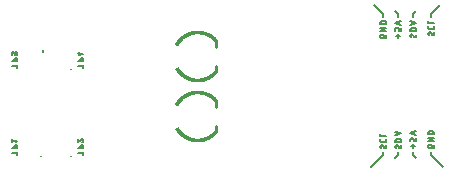
<source format=gbr>
G04 EAGLE Gerber RS-274X export*
G75*
%MOMM*%
%FSLAX34Y34*%
%LPD*%
%INSilkscreen Bottom*%
%IPPOS*%
%AMOC8*
5,1,8,0,0,1.08239X$1,22.5*%
G01*
%ADD10C,0.127000*%
%ADD11C,0.152400*%
%ADD12C,0.025400*%
%ADD13C,0.254000*%
%ADD14C,0.000000*%


D10*
X422839Y145421D02*
X422774Y145419D01*
X422710Y145413D01*
X422646Y145403D01*
X422582Y145390D01*
X422520Y145372D01*
X422459Y145351D01*
X422399Y145327D01*
X422341Y145298D01*
X422284Y145266D01*
X422230Y145231D01*
X422178Y145193D01*
X422128Y145151D01*
X422081Y145107D01*
X422037Y145060D01*
X421995Y145010D01*
X421957Y144958D01*
X421922Y144904D01*
X421890Y144847D01*
X421861Y144789D01*
X421837Y144729D01*
X421816Y144668D01*
X421798Y144606D01*
X421785Y144542D01*
X421775Y144478D01*
X421769Y144414D01*
X421767Y144349D01*
X421769Y144255D01*
X421775Y144161D01*
X421785Y144067D01*
X421798Y143974D01*
X421816Y143882D01*
X421837Y143790D01*
X421862Y143699D01*
X421891Y143609D01*
X421924Y143521D01*
X421960Y143434D01*
X422000Y143349D01*
X422043Y143265D01*
X422090Y143184D01*
X422140Y143104D01*
X422193Y143026D01*
X422250Y142951D01*
X422309Y142878D01*
X422372Y142808D01*
X422437Y142740D01*
X425521Y142875D02*
X425586Y142877D01*
X425650Y142883D01*
X425714Y142893D01*
X425778Y142906D01*
X425840Y142924D01*
X425901Y142945D01*
X425961Y142969D01*
X426019Y142998D01*
X426076Y143030D01*
X426130Y143065D01*
X426182Y143103D01*
X426232Y143145D01*
X426279Y143189D01*
X426323Y143236D01*
X426365Y143286D01*
X426403Y143338D01*
X426438Y143392D01*
X426470Y143449D01*
X426499Y143507D01*
X426523Y143567D01*
X426544Y143628D01*
X426562Y143690D01*
X426575Y143754D01*
X426585Y143818D01*
X426591Y143882D01*
X426593Y143947D01*
X426591Y144033D01*
X426586Y144119D01*
X426576Y144205D01*
X426563Y144290D01*
X426547Y144375D01*
X426527Y144459D01*
X426503Y144542D01*
X426476Y144624D01*
X426445Y144704D01*
X426411Y144784D01*
X426373Y144861D01*
X426332Y144937D01*
X426288Y145011D01*
X426241Y145083D01*
X426191Y145154D01*
X424583Y143410D02*
X424616Y143357D01*
X424653Y143306D01*
X424692Y143257D01*
X424734Y143210D01*
X424779Y143166D01*
X424826Y143125D01*
X424875Y143086D01*
X424927Y143050D01*
X424981Y143017D01*
X425036Y142988D01*
X425093Y142962D01*
X425152Y142939D01*
X425211Y142919D01*
X425272Y142903D01*
X425333Y142890D01*
X425396Y142881D01*
X425458Y142876D01*
X425521Y142874D01*
X423777Y144885D02*
X423744Y144938D01*
X423707Y144989D01*
X423668Y145038D01*
X423626Y145085D01*
X423581Y145129D01*
X423534Y145170D01*
X423485Y145209D01*
X423433Y145245D01*
X423379Y145278D01*
X423324Y145307D01*
X423267Y145333D01*
X423208Y145356D01*
X423149Y145376D01*
X423088Y145392D01*
X423027Y145405D01*
X422964Y145414D01*
X422902Y145419D01*
X422839Y145421D01*
X423778Y144885D02*
X424582Y143410D01*
X426593Y148227D02*
X421767Y148227D01*
X426593Y148227D02*
X426593Y149567D01*
X426591Y149637D01*
X426586Y149707D01*
X426576Y149777D01*
X426564Y149846D01*
X426547Y149914D01*
X426527Y149981D01*
X426504Y150048D01*
X426477Y150112D01*
X426447Y150176D01*
X426413Y150238D01*
X426377Y150297D01*
X426337Y150355D01*
X426294Y150411D01*
X426249Y150464D01*
X426200Y150515D01*
X426149Y150564D01*
X426096Y150609D01*
X426040Y150652D01*
X425982Y150692D01*
X425923Y150728D01*
X425861Y150762D01*
X425797Y150792D01*
X425733Y150819D01*
X425666Y150842D01*
X425599Y150862D01*
X425531Y150879D01*
X425462Y150891D01*
X425392Y150901D01*
X425322Y150906D01*
X425252Y150908D01*
X423108Y150908D01*
X423038Y150906D01*
X422968Y150901D01*
X422898Y150891D01*
X422829Y150879D01*
X422761Y150862D01*
X422694Y150842D01*
X422627Y150819D01*
X422563Y150792D01*
X422499Y150762D01*
X422438Y150728D01*
X422378Y150692D01*
X422320Y150652D01*
X422264Y150609D01*
X422211Y150564D01*
X422160Y150515D01*
X422111Y150464D01*
X422066Y150411D01*
X422023Y150355D01*
X421983Y150297D01*
X421947Y150238D01*
X421913Y150176D01*
X421883Y150112D01*
X421856Y150048D01*
X421833Y149981D01*
X421813Y149914D01*
X421796Y149846D01*
X421784Y149777D01*
X421774Y149707D01*
X421769Y149637D01*
X421767Y149567D01*
X421767Y148227D01*
X421767Y153628D02*
X426593Y155236D01*
X421767Y156845D01*
X422974Y156443D02*
X422974Y154030D01*
X410139Y51576D02*
X410074Y51574D01*
X410010Y51568D01*
X409946Y51558D01*
X409882Y51545D01*
X409820Y51527D01*
X409759Y51506D01*
X409699Y51482D01*
X409641Y51453D01*
X409584Y51421D01*
X409530Y51386D01*
X409478Y51348D01*
X409428Y51306D01*
X409381Y51262D01*
X409337Y51215D01*
X409295Y51165D01*
X409257Y51113D01*
X409222Y51059D01*
X409190Y51002D01*
X409161Y50944D01*
X409137Y50884D01*
X409116Y50823D01*
X409098Y50761D01*
X409085Y50697D01*
X409075Y50633D01*
X409069Y50569D01*
X409067Y50504D01*
X409069Y50410D01*
X409075Y50316D01*
X409085Y50222D01*
X409098Y50129D01*
X409116Y50037D01*
X409137Y49945D01*
X409162Y49854D01*
X409191Y49764D01*
X409224Y49676D01*
X409260Y49589D01*
X409300Y49504D01*
X409343Y49420D01*
X409390Y49339D01*
X409440Y49259D01*
X409493Y49181D01*
X409550Y49106D01*
X409609Y49033D01*
X409672Y48963D01*
X409737Y48895D01*
X412821Y49029D02*
X412886Y49031D01*
X412950Y49037D01*
X413014Y49047D01*
X413078Y49060D01*
X413140Y49078D01*
X413201Y49099D01*
X413261Y49123D01*
X413319Y49152D01*
X413376Y49184D01*
X413430Y49219D01*
X413482Y49257D01*
X413532Y49299D01*
X413579Y49343D01*
X413623Y49390D01*
X413665Y49440D01*
X413703Y49492D01*
X413738Y49546D01*
X413770Y49603D01*
X413799Y49661D01*
X413823Y49721D01*
X413844Y49782D01*
X413862Y49844D01*
X413875Y49908D01*
X413885Y49972D01*
X413891Y50036D01*
X413893Y50101D01*
X413891Y50187D01*
X413886Y50273D01*
X413876Y50359D01*
X413863Y50444D01*
X413847Y50529D01*
X413827Y50613D01*
X413803Y50696D01*
X413776Y50778D01*
X413745Y50858D01*
X413711Y50938D01*
X413673Y51015D01*
X413632Y51091D01*
X413588Y51165D01*
X413541Y51237D01*
X413491Y51308D01*
X411883Y49565D02*
X411916Y49512D01*
X411953Y49461D01*
X411992Y49412D01*
X412034Y49365D01*
X412079Y49321D01*
X412126Y49280D01*
X412175Y49241D01*
X412227Y49205D01*
X412281Y49172D01*
X412336Y49143D01*
X412393Y49117D01*
X412452Y49094D01*
X412511Y49074D01*
X412572Y49058D01*
X412633Y49045D01*
X412696Y49036D01*
X412758Y49031D01*
X412821Y49029D01*
X411077Y51040D02*
X411044Y51093D01*
X411007Y51144D01*
X410968Y51193D01*
X410926Y51240D01*
X410881Y51284D01*
X410834Y51325D01*
X410785Y51364D01*
X410733Y51400D01*
X410679Y51433D01*
X410624Y51462D01*
X410567Y51488D01*
X410508Y51511D01*
X410449Y51531D01*
X410388Y51547D01*
X410327Y51560D01*
X410264Y51569D01*
X410202Y51574D01*
X410139Y51576D01*
X411078Y51040D02*
X411882Y49565D01*
X413893Y54381D02*
X409067Y54381D01*
X413893Y54381D02*
X413893Y55722D01*
X413891Y55792D01*
X413886Y55862D01*
X413876Y55932D01*
X413864Y56001D01*
X413847Y56069D01*
X413827Y56136D01*
X413804Y56203D01*
X413777Y56267D01*
X413747Y56331D01*
X413713Y56393D01*
X413677Y56452D01*
X413637Y56510D01*
X413594Y56566D01*
X413549Y56619D01*
X413500Y56670D01*
X413449Y56719D01*
X413396Y56764D01*
X413340Y56807D01*
X413282Y56847D01*
X413223Y56883D01*
X413161Y56917D01*
X413097Y56947D01*
X413033Y56974D01*
X412966Y56997D01*
X412899Y57017D01*
X412831Y57034D01*
X412762Y57046D01*
X412692Y57056D01*
X412622Y57061D01*
X412552Y57063D01*
X412552Y57062D02*
X410408Y57062D01*
X410408Y57063D02*
X410338Y57061D01*
X410268Y57056D01*
X410198Y57046D01*
X410129Y57034D01*
X410061Y57017D01*
X409994Y56997D01*
X409927Y56974D01*
X409863Y56947D01*
X409799Y56917D01*
X409738Y56883D01*
X409678Y56847D01*
X409620Y56807D01*
X409564Y56764D01*
X409511Y56719D01*
X409460Y56670D01*
X409411Y56619D01*
X409366Y56566D01*
X409323Y56510D01*
X409283Y56452D01*
X409247Y56393D01*
X409213Y56331D01*
X409183Y56267D01*
X409156Y56203D01*
X409133Y56136D01*
X409113Y56069D01*
X409096Y56001D01*
X409084Y55932D01*
X409074Y55862D01*
X409069Y55792D01*
X409067Y55722D01*
X409067Y54381D01*
X409067Y59783D02*
X413893Y61391D01*
X409067Y63000D01*
X410274Y62598D02*
X410274Y60185D01*
X397439Y51576D02*
X397374Y51574D01*
X397310Y51568D01*
X397246Y51558D01*
X397182Y51545D01*
X397120Y51527D01*
X397059Y51506D01*
X396999Y51482D01*
X396941Y51453D01*
X396884Y51421D01*
X396830Y51386D01*
X396778Y51348D01*
X396728Y51306D01*
X396681Y51262D01*
X396637Y51215D01*
X396595Y51165D01*
X396557Y51113D01*
X396522Y51059D01*
X396490Y51002D01*
X396461Y50944D01*
X396437Y50884D01*
X396416Y50823D01*
X396398Y50761D01*
X396385Y50697D01*
X396375Y50633D01*
X396369Y50569D01*
X396367Y50504D01*
X396369Y50410D01*
X396375Y50316D01*
X396385Y50222D01*
X396398Y50129D01*
X396416Y50037D01*
X396437Y49945D01*
X396462Y49854D01*
X396491Y49764D01*
X396524Y49676D01*
X396560Y49589D01*
X396600Y49504D01*
X396643Y49420D01*
X396690Y49339D01*
X396740Y49259D01*
X396793Y49181D01*
X396850Y49106D01*
X396909Y49033D01*
X396972Y48963D01*
X397037Y48895D01*
X400121Y49029D02*
X400186Y49031D01*
X400250Y49037D01*
X400314Y49047D01*
X400378Y49060D01*
X400440Y49078D01*
X400501Y49099D01*
X400561Y49123D01*
X400619Y49152D01*
X400676Y49184D01*
X400730Y49219D01*
X400782Y49257D01*
X400832Y49299D01*
X400879Y49343D01*
X400923Y49390D01*
X400965Y49440D01*
X401003Y49492D01*
X401038Y49546D01*
X401070Y49603D01*
X401099Y49661D01*
X401123Y49721D01*
X401144Y49782D01*
X401162Y49844D01*
X401175Y49908D01*
X401185Y49972D01*
X401191Y50036D01*
X401193Y50101D01*
X401191Y50187D01*
X401186Y50273D01*
X401176Y50359D01*
X401163Y50444D01*
X401147Y50529D01*
X401127Y50613D01*
X401103Y50696D01*
X401076Y50778D01*
X401045Y50858D01*
X401011Y50938D01*
X400973Y51015D01*
X400932Y51091D01*
X400888Y51165D01*
X400841Y51237D01*
X400791Y51308D01*
X399183Y49565D02*
X399216Y49512D01*
X399253Y49461D01*
X399292Y49412D01*
X399334Y49365D01*
X399379Y49321D01*
X399426Y49280D01*
X399475Y49241D01*
X399527Y49205D01*
X399581Y49172D01*
X399636Y49143D01*
X399693Y49117D01*
X399752Y49094D01*
X399811Y49074D01*
X399872Y49058D01*
X399933Y49045D01*
X399996Y49036D01*
X400058Y49031D01*
X400121Y49029D01*
X398377Y51040D02*
X398344Y51093D01*
X398307Y51144D01*
X398268Y51193D01*
X398226Y51240D01*
X398181Y51284D01*
X398134Y51325D01*
X398085Y51364D01*
X398033Y51400D01*
X397979Y51433D01*
X397924Y51462D01*
X397867Y51488D01*
X397808Y51511D01*
X397749Y51531D01*
X397688Y51547D01*
X397627Y51560D01*
X397564Y51569D01*
X397502Y51574D01*
X397439Y51576D01*
X398378Y51040D02*
X399182Y49565D01*
X396367Y55242D02*
X396367Y56315D01*
X396367Y55242D02*
X396369Y55177D01*
X396375Y55113D01*
X396385Y55049D01*
X396398Y54985D01*
X396416Y54923D01*
X396437Y54862D01*
X396461Y54802D01*
X396490Y54744D01*
X396522Y54687D01*
X396557Y54633D01*
X396595Y54581D01*
X396637Y54531D01*
X396681Y54484D01*
X396728Y54440D01*
X396778Y54398D01*
X396830Y54360D01*
X396884Y54325D01*
X396941Y54293D01*
X396999Y54264D01*
X397059Y54240D01*
X397120Y54219D01*
X397182Y54201D01*
X397246Y54188D01*
X397310Y54178D01*
X397374Y54172D01*
X397439Y54170D01*
X400121Y54170D01*
X400186Y54172D01*
X400250Y54178D01*
X400314Y54188D01*
X400378Y54201D01*
X400440Y54219D01*
X400501Y54240D01*
X400561Y54264D01*
X400619Y54293D01*
X400676Y54325D01*
X400730Y54360D01*
X400782Y54398D01*
X400832Y54440D01*
X400879Y54484D01*
X400923Y54531D01*
X400965Y54581D01*
X401003Y54633D01*
X401038Y54687D01*
X401070Y54744D01*
X401099Y54802D01*
X401123Y54862D01*
X401144Y54923D01*
X401162Y54985D01*
X401175Y55049D01*
X401185Y55113D01*
X401191Y55177D01*
X401193Y55242D01*
X401193Y56315D01*
X401193Y58973D02*
X396367Y58973D01*
X396367Y61118D01*
X437007Y146231D02*
X437009Y146296D01*
X437015Y146360D01*
X437025Y146424D01*
X437038Y146488D01*
X437056Y146550D01*
X437077Y146611D01*
X437101Y146671D01*
X437130Y146729D01*
X437162Y146786D01*
X437197Y146840D01*
X437235Y146892D01*
X437277Y146942D01*
X437321Y146989D01*
X437368Y147033D01*
X437418Y147075D01*
X437470Y147113D01*
X437524Y147148D01*
X437581Y147180D01*
X437639Y147209D01*
X437699Y147233D01*
X437760Y147254D01*
X437822Y147272D01*
X437886Y147285D01*
X437950Y147295D01*
X438014Y147301D01*
X438079Y147303D01*
X437007Y146231D02*
X437009Y146137D01*
X437015Y146043D01*
X437025Y145949D01*
X437038Y145856D01*
X437056Y145764D01*
X437077Y145672D01*
X437102Y145581D01*
X437131Y145491D01*
X437164Y145403D01*
X437200Y145316D01*
X437240Y145231D01*
X437283Y145147D01*
X437330Y145066D01*
X437380Y144986D01*
X437433Y144908D01*
X437490Y144833D01*
X437549Y144760D01*
X437612Y144690D01*
X437677Y144622D01*
X440761Y144757D02*
X440826Y144759D01*
X440890Y144765D01*
X440954Y144775D01*
X441018Y144788D01*
X441080Y144806D01*
X441141Y144827D01*
X441201Y144851D01*
X441259Y144880D01*
X441316Y144912D01*
X441370Y144947D01*
X441422Y144985D01*
X441472Y145027D01*
X441519Y145071D01*
X441563Y145118D01*
X441605Y145168D01*
X441643Y145220D01*
X441678Y145274D01*
X441710Y145331D01*
X441739Y145389D01*
X441763Y145449D01*
X441784Y145510D01*
X441802Y145572D01*
X441815Y145636D01*
X441825Y145700D01*
X441831Y145764D01*
X441833Y145829D01*
X441831Y145915D01*
X441826Y146001D01*
X441816Y146087D01*
X441803Y146172D01*
X441787Y146257D01*
X441767Y146341D01*
X441743Y146424D01*
X441716Y146506D01*
X441685Y146586D01*
X441651Y146666D01*
X441613Y146743D01*
X441572Y146819D01*
X441528Y146893D01*
X441481Y146965D01*
X441431Y147036D01*
X439823Y145292D02*
X439856Y145239D01*
X439893Y145188D01*
X439932Y145139D01*
X439974Y145092D01*
X440019Y145048D01*
X440066Y145007D01*
X440115Y144968D01*
X440167Y144932D01*
X440221Y144899D01*
X440276Y144870D01*
X440333Y144844D01*
X440392Y144821D01*
X440451Y144801D01*
X440512Y144785D01*
X440573Y144772D01*
X440636Y144763D01*
X440698Y144758D01*
X440761Y144756D01*
X439017Y146767D02*
X438984Y146820D01*
X438947Y146871D01*
X438908Y146920D01*
X438866Y146967D01*
X438821Y147011D01*
X438774Y147052D01*
X438725Y147091D01*
X438673Y147127D01*
X438619Y147160D01*
X438564Y147189D01*
X438507Y147215D01*
X438448Y147238D01*
X438389Y147258D01*
X438328Y147274D01*
X438267Y147287D01*
X438204Y147296D01*
X438142Y147301D01*
X438079Y147303D01*
X439018Y146767D02*
X439822Y145293D01*
X437007Y150969D02*
X437007Y152042D01*
X437007Y150969D02*
X437009Y150904D01*
X437015Y150840D01*
X437025Y150776D01*
X437038Y150712D01*
X437056Y150650D01*
X437077Y150589D01*
X437101Y150529D01*
X437130Y150471D01*
X437162Y150414D01*
X437197Y150360D01*
X437235Y150308D01*
X437277Y150258D01*
X437321Y150211D01*
X437368Y150167D01*
X437418Y150125D01*
X437470Y150087D01*
X437524Y150052D01*
X437581Y150020D01*
X437639Y149991D01*
X437699Y149967D01*
X437760Y149946D01*
X437822Y149928D01*
X437886Y149915D01*
X437950Y149905D01*
X438014Y149899D01*
X438079Y149897D01*
X440761Y149897D01*
X440761Y149898D02*
X440826Y149900D01*
X440890Y149906D01*
X440954Y149916D01*
X441018Y149929D01*
X441080Y149947D01*
X441141Y149968D01*
X441201Y149992D01*
X441259Y150021D01*
X441316Y150053D01*
X441370Y150088D01*
X441422Y150126D01*
X441472Y150168D01*
X441519Y150212D01*
X441563Y150259D01*
X441605Y150309D01*
X441643Y150361D01*
X441678Y150415D01*
X441710Y150472D01*
X441739Y150530D01*
X441763Y150590D01*
X441784Y150651D01*
X441802Y150713D01*
X441815Y150777D01*
X441825Y150841D01*
X441831Y150905D01*
X441833Y150970D01*
X441833Y150969D02*
X441833Y152042D01*
X441833Y154700D02*
X437007Y154700D01*
X437007Y156845D01*
X399048Y145141D02*
X399048Y144336D01*
X399048Y145141D02*
X396367Y145141D01*
X396367Y143532D01*
X396369Y143467D01*
X396375Y143403D01*
X396385Y143339D01*
X396398Y143275D01*
X396416Y143213D01*
X396437Y143152D01*
X396461Y143092D01*
X396490Y143034D01*
X396522Y142977D01*
X396557Y142923D01*
X396595Y142871D01*
X396637Y142821D01*
X396681Y142774D01*
X396728Y142730D01*
X396778Y142688D01*
X396830Y142650D01*
X396884Y142615D01*
X396941Y142583D01*
X396999Y142554D01*
X397059Y142530D01*
X397120Y142509D01*
X397182Y142491D01*
X397246Y142478D01*
X397310Y142468D01*
X397374Y142462D01*
X397439Y142460D01*
X400121Y142460D01*
X400186Y142462D01*
X400250Y142468D01*
X400314Y142478D01*
X400378Y142491D01*
X400440Y142509D01*
X400501Y142530D01*
X400561Y142554D01*
X400619Y142583D01*
X400676Y142615D01*
X400730Y142650D01*
X400782Y142688D01*
X400832Y142730D01*
X400879Y142774D01*
X400923Y142821D01*
X400965Y142871D01*
X401003Y142923D01*
X401038Y142977D01*
X401070Y143034D01*
X401099Y143092D01*
X401123Y143152D01*
X401144Y143213D01*
X401162Y143275D01*
X401175Y143339D01*
X401185Y143403D01*
X401191Y143467D01*
X401193Y143532D01*
X401193Y145141D01*
X401193Y148312D02*
X396367Y148312D01*
X396367Y150993D02*
X401193Y148312D01*
X401193Y150993D02*
X396367Y150993D01*
X396367Y154164D02*
X401193Y154164D01*
X401193Y155504D01*
X401191Y155574D01*
X401186Y155644D01*
X401176Y155714D01*
X401164Y155783D01*
X401147Y155851D01*
X401127Y155918D01*
X401104Y155985D01*
X401077Y156049D01*
X401047Y156113D01*
X401013Y156175D01*
X400977Y156234D01*
X400937Y156292D01*
X400894Y156348D01*
X400849Y156401D01*
X400800Y156452D01*
X400749Y156501D01*
X400696Y156546D01*
X400640Y156589D01*
X400582Y156629D01*
X400523Y156665D01*
X400461Y156699D01*
X400397Y156729D01*
X400333Y156756D01*
X400266Y156779D01*
X400199Y156799D01*
X400131Y156816D01*
X400062Y156828D01*
X399992Y156838D01*
X399922Y156843D01*
X399852Y156845D01*
X397708Y156845D01*
X397638Y156843D01*
X397568Y156838D01*
X397498Y156828D01*
X397429Y156816D01*
X397361Y156799D01*
X397294Y156779D01*
X397227Y156756D01*
X397163Y156729D01*
X397099Y156699D01*
X397038Y156665D01*
X396978Y156629D01*
X396920Y156589D01*
X396864Y156546D01*
X396811Y156501D01*
X396760Y156452D01*
X396711Y156401D01*
X396666Y156348D01*
X396623Y156292D01*
X396583Y156234D01*
X396547Y156175D01*
X396513Y156113D01*
X396483Y156049D01*
X396456Y155985D01*
X396433Y155918D01*
X396413Y155851D01*
X396396Y155783D01*
X396384Y155714D01*
X396374Y155644D01*
X396369Y155574D01*
X396367Y155504D01*
X396367Y154164D01*
X439688Y51576D02*
X439688Y50772D01*
X439688Y51576D02*
X437007Y51576D01*
X437007Y49967D01*
X437009Y49902D01*
X437015Y49838D01*
X437025Y49774D01*
X437038Y49710D01*
X437056Y49648D01*
X437077Y49587D01*
X437101Y49527D01*
X437130Y49469D01*
X437162Y49412D01*
X437197Y49358D01*
X437235Y49306D01*
X437277Y49256D01*
X437321Y49209D01*
X437368Y49165D01*
X437418Y49123D01*
X437470Y49085D01*
X437524Y49050D01*
X437581Y49018D01*
X437639Y48989D01*
X437699Y48965D01*
X437760Y48944D01*
X437822Y48926D01*
X437886Y48913D01*
X437950Y48903D01*
X438014Y48897D01*
X438079Y48895D01*
X440761Y48895D01*
X440826Y48897D01*
X440890Y48903D01*
X440954Y48913D01*
X441018Y48926D01*
X441080Y48944D01*
X441141Y48965D01*
X441201Y48989D01*
X441259Y49018D01*
X441316Y49050D01*
X441370Y49085D01*
X441422Y49123D01*
X441472Y49165D01*
X441519Y49209D01*
X441563Y49256D01*
X441605Y49306D01*
X441643Y49358D01*
X441678Y49412D01*
X441710Y49469D01*
X441739Y49527D01*
X441763Y49587D01*
X441784Y49648D01*
X441802Y49710D01*
X441815Y49774D01*
X441825Y49838D01*
X441831Y49902D01*
X441833Y49967D01*
X441833Y51576D01*
X441833Y54747D02*
X437007Y54747D01*
X437007Y57428D02*
X441833Y54747D01*
X441833Y57428D02*
X437007Y57428D01*
X437007Y60599D02*
X441833Y60599D01*
X441833Y61940D01*
X441831Y62010D01*
X441826Y62080D01*
X441816Y62150D01*
X441804Y62219D01*
X441787Y62287D01*
X441767Y62354D01*
X441744Y62421D01*
X441717Y62485D01*
X441687Y62549D01*
X441653Y62611D01*
X441617Y62670D01*
X441577Y62728D01*
X441534Y62784D01*
X441489Y62837D01*
X441440Y62888D01*
X441389Y62937D01*
X441336Y62982D01*
X441280Y63025D01*
X441222Y63065D01*
X441163Y63101D01*
X441101Y63135D01*
X441037Y63165D01*
X440973Y63192D01*
X440906Y63215D01*
X440839Y63235D01*
X440771Y63252D01*
X440702Y63264D01*
X440632Y63274D01*
X440562Y63279D01*
X440492Y63281D01*
X440492Y63280D02*
X438348Y63280D01*
X438348Y63281D02*
X438278Y63279D01*
X438208Y63274D01*
X438138Y63264D01*
X438069Y63252D01*
X438001Y63235D01*
X437934Y63215D01*
X437867Y63192D01*
X437803Y63165D01*
X437739Y63135D01*
X437678Y63101D01*
X437618Y63065D01*
X437560Y63025D01*
X437504Y62982D01*
X437451Y62937D01*
X437400Y62888D01*
X437351Y62837D01*
X437306Y62784D01*
X437263Y62728D01*
X437223Y62670D01*
X437187Y62611D01*
X437153Y62549D01*
X437123Y62485D01*
X437096Y62421D01*
X437073Y62354D01*
X437053Y62287D01*
X437036Y62219D01*
X437024Y62150D01*
X437014Y62080D01*
X437009Y62010D01*
X437007Y61940D01*
X437007Y60599D01*
X410944Y142289D02*
X410944Y145507D01*
X412552Y143898D02*
X409335Y143898D01*
X409067Y148409D02*
X409067Y150018D01*
X409069Y150083D01*
X409075Y150147D01*
X409085Y150211D01*
X409098Y150275D01*
X409116Y150337D01*
X409137Y150398D01*
X409161Y150458D01*
X409190Y150516D01*
X409222Y150573D01*
X409257Y150627D01*
X409295Y150679D01*
X409337Y150729D01*
X409381Y150776D01*
X409428Y150820D01*
X409478Y150862D01*
X409530Y150900D01*
X409584Y150935D01*
X409641Y150967D01*
X409699Y150996D01*
X409759Y151020D01*
X409820Y151041D01*
X409882Y151059D01*
X409946Y151072D01*
X410010Y151082D01*
X410074Y151088D01*
X410139Y151090D01*
X410139Y151091D02*
X410676Y151091D01*
X410676Y151090D02*
X410741Y151088D01*
X410805Y151082D01*
X410869Y151072D01*
X410933Y151059D01*
X410995Y151041D01*
X411056Y151020D01*
X411116Y150996D01*
X411174Y150967D01*
X411231Y150935D01*
X411285Y150900D01*
X411337Y150862D01*
X411387Y150820D01*
X411434Y150776D01*
X411478Y150729D01*
X411520Y150679D01*
X411558Y150627D01*
X411593Y150573D01*
X411625Y150516D01*
X411654Y150458D01*
X411678Y150398D01*
X411699Y150337D01*
X411717Y150275D01*
X411730Y150211D01*
X411740Y150147D01*
X411746Y150083D01*
X411748Y150018D01*
X411748Y148409D01*
X413893Y148409D01*
X413893Y151091D01*
X413893Y153628D02*
X409067Y155236D01*
X413893Y156845D01*
X423644Y52112D02*
X423644Y48895D01*
X425252Y50504D02*
X422035Y50504D01*
X421767Y55015D02*
X421767Y56624D01*
X421769Y56689D01*
X421775Y56753D01*
X421785Y56817D01*
X421798Y56881D01*
X421816Y56943D01*
X421837Y57004D01*
X421861Y57064D01*
X421890Y57122D01*
X421922Y57179D01*
X421957Y57233D01*
X421995Y57285D01*
X422037Y57335D01*
X422081Y57382D01*
X422128Y57426D01*
X422178Y57468D01*
X422230Y57506D01*
X422284Y57541D01*
X422341Y57573D01*
X422399Y57602D01*
X422459Y57626D01*
X422520Y57647D01*
X422582Y57665D01*
X422646Y57678D01*
X422710Y57688D01*
X422774Y57694D01*
X422839Y57696D01*
X423376Y57696D01*
X423441Y57694D01*
X423505Y57688D01*
X423569Y57678D01*
X423633Y57665D01*
X423695Y57647D01*
X423756Y57626D01*
X423816Y57602D01*
X423874Y57573D01*
X423931Y57541D01*
X423985Y57506D01*
X424037Y57468D01*
X424087Y57426D01*
X424134Y57382D01*
X424178Y57335D01*
X424220Y57285D01*
X424258Y57233D01*
X424293Y57179D01*
X424325Y57122D01*
X424354Y57064D01*
X424378Y57004D01*
X424399Y56943D01*
X424417Y56881D01*
X424430Y56817D01*
X424440Y56753D01*
X424446Y56689D01*
X424448Y56624D01*
X424448Y55015D01*
X426593Y55015D01*
X426593Y57696D01*
X426593Y60233D02*
X421767Y61842D01*
X426593Y63451D01*
D11*
X439420Y43180D02*
X449580Y33020D01*
X398780Y43180D02*
X388620Y33020D01*
X424180Y43180D02*
X424180Y45720D01*
X398780Y45720D02*
X398780Y43180D01*
X439420Y43180D02*
X439420Y45720D01*
X426720Y40640D02*
X424180Y43180D01*
X411480Y43180D02*
X411480Y45720D01*
X411480Y43180D02*
X408940Y40640D01*
X398780Y160020D02*
X398780Y162560D01*
X391160Y170180D01*
X439420Y162560D02*
X439420Y160020D01*
X439420Y162560D02*
X447040Y170180D01*
X411480Y162560D02*
X411480Y160020D01*
X411480Y162560D02*
X408940Y165100D01*
X424180Y162560D02*
X424180Y160020D01*
X424180Y162560D02*
X426720Y165100D01*
D12*
X257706Y90038D02*
X255950Y88574D01*
X255950Y88575D02*
X255649Y88922D01*
X255340Y89262D01*
X255023Y89595D01*
X254698Y89920D01*
X254366Y90237D01*
X254026Y90546D01*
X253678Y90847D01*
X253324Y91140D01*
X252962Y91423D01*
X252594Y91698D01*
X252219Y91965D01*
X251838Y92222D01*
X251451Y92470D01*
X251059Y92708D01*
X250660Y92937D01*
X250256Y93157D01*
X249848Y93367D01*
X249434Y93567D01*
X249015Y93757D01*
X248592Y93936D01*
X248165Y94106D01*
X247734Y94265D01*
X247299Y94414D01*
X246861Y94553D01*
X246420Y94681D01*
X245975Y94798D01*
X245528Y94905D01*
X245079Y95001D01*
X244627Y95086D01*
X244174Y95160D01*
X243718Y95224D01*
X243262Y95276D01*
X242804Y95318D01*
X242346Y95348D01*
X241886Y95368D01*
X241427Y95377D01*
X241426Y97662D01*
X241427Y97663D01*
X241942Y97653D01*
X242457Y97632D01*
X242971Y97598D01*
X243484Y97552D01*
X243996Y97493D01*
X244506Y97422D01*
X245015Y97339D01*
X245521Y97244D01*
X246025Y97136D01*
X246526Y97017D01*
X247024Y96886D01*
X247519Y96742D01*
X248010Y96587D01*
X248498Y96420D01*
X248981Y96241D01*
X249460Y96051D01*
X249934Y95850D01*
X250403Y95637D01*
X250867Y95413D01*
X251326Y95178D01*
X251778Y94931D01*
X252225Y94675D01*
X252665Y94407D01*
X253099Y94129D01*
X253526Y93841D01*
X253946Y93542D01*
X254358Y93233D01*
X254764Y92915D01*
X255161Y92587D01*
X255550Y92250D01*
X255931Y91903D01*
X256304Y91547D01*
X256668Y91183D01*
X257023Y90810D01*
X257369Y90428D01*
X257706Y90038D01*
X257522Y89884D01*
X257189Y90270D01*
X256847Y90647D01*
X256495Y91016D01*
X256135Y91376D01*
X255767Y91728D01*
X255390Y92071D01*
X255005Y92404D01*
X254612Y92729D01*
X254212Y93043D01*
X253804Y93348D01*
X253389Y93644D01*
X252967Y93929D01*
X252538Y94204D01*
X252102Y94468D01*
X251661Y94722D01*
X251213Y94965D01*
X250760Y95198D01*
X250302Y95419D01*
X249838Y95630D01*
X249369Y95829D01*
X248895Y96017D01*
X248418Y96194D01*
X247936Y96359D01*
X247450Y96512D01*
X246961Y96654D01*
X246468Y96784D01*
X245973Y96902D01*
X245475Y97008D01*
X244974Y97103D01*
X244471Y97185D01*
X243967Y97255D01*
X243461Y97313D01*
X242953Y97358D01*
X242445Y97392D01*
X241936Y97413D01*
X241427Y97423D01*
X241427Y97183D01*
X241930Y97174D01*
X242433Y97152D01*
X242936Y97119D01*
X243437Y97074D01*
X243938Y97017D01*
X244436Y96947D01*
X244933Y96866D01*
X245428Y96773D01*
X245921Y96668D01*
X246410Y96551D01*
X246897Y96423D01*
X247381Y96283D01*
X247861Y96131D01*
X248337Y95968D01*
X248810Y95793D01*
X249278Y95607D01*
X249741Y95410D01*
X250200Y95202D01*
X250653Y94983D01*
X251101Y94753D01*
X251544Y94513D01*
X251980Y94262D01*
X252410Y94000D01*
X252834Y93728D01*
X253252Y93447D01*
X253662Y93155D01*
X254065Y92853D01*
X254461Y92542D01*
X254850Y92222D01*
X255230Y91892D01*
X255603Y91553D01*
X255967Y91206D01*
X256323Y90849D01*
X256670Y90485D01*
X257008Y90112D01*
X257338Y89731D01*
X257153Y89577D01*
X256828Y89954D01*
X256493Y90322D01*
X256150Y90683D01*
X255798Y91035D01*
X255438Y91378D01*
X255070Y91713D01*
X254694Y92039D01*
X254310Y92356D01*
X253919Y92663D01*
X253520Y92961D01*
X253114Y93250D01*
X252702Y93528D01*
X252283Y93797D01*
X251858Y94055D01*
X251426Y94303D01*
X250989Y94541D01*
X250546Y94768D01*
X250098Y94985D01*
X249645Y95190D01*
X249187Y95385D01*
X248724Y95569D01*
X248257Y95741D01*
X247786Y95903D01*
X247312Y96053D01*
X246834Y96191D01*
X246353Y96318D01*
X245869Y96434D01*
X245382Y96537D01*
X244893Y96630D01*
X244401Y96710D01*
X243909Y96778D01*
X243414Y96835D01*
X242918Y96880D01*
X242422Y96913D01*
X241924Y96934D01*
X241427Y96943D01*
X241427Y96703D01*
X241919Y96694D01*
X242410Y96673D01*
X242901Y96640D01*
X243391Y96596D01*
X243879Y96540D01*
X244367Y96472D01*
X244852Y96393D01*
X245335Y96302D01*
X245816Y96199D01*
X246295Y96085D01*
X246770Y95960D01*
X247243Y95823D01*
X247712Y95675D01*
X248177Y95515D01*
X248638Y95345D01*
X249096Y95163D01*
X249548Y94971D01*
X249996Y94767D01*
X250439Y94554D01*
X250877Y94329D01*
X251309Y94094D01*
X251735Y93849D01*
X252155Y93593D01*
X252570Y93328D01*
X252977Y93053D01*
X253378Y92768D01*
X253772Y92473D01*
X254159Y92169D01*
X254538Y91856D01*
X254910Y91534D01*
X255274Y91203D01*
X255630Y90864D01*
X255977Y90516D01*
X256317Y90160D01*
X256647Y89796D01*
X256969Y89423D01*
X256784Y89270D01*
X256467Y89637D01*
X256140Y89997D01*
X255805Y90349D01*
X255461Y90693D01*
X255110Y91029D01*
X254750Y91355D01*
X254383Y91674D01*
X254008Y91983D01*
X253625Y92283D01*
X253236Y92574D01*
X252840Y92856D01*
X252437Y93128D01*
X252028Y93390D01*
X251613Y93642D01*
X251191Y93885D01*
X250764Y94117D01*
X250332Y94339D01*
X249894Y94550D01*
X249452Y94751D01*
X249004Y94941D01*
X248553Y95121D01*
X248097Y95289D01*
X247637Y95447D01*
X247174Y95593D01*
X246707Y95728D01*
X246237Y95852D01*
X245764Y95965D01*
X245289Y96067D01*
X244811Y96156D01*
X244332Y96235D01*
X243850Y96302D01*
X243367Y96357D01*
X242883Y96401D01*
X242398Y96433D01*
X241913Y96454D01*
X241427Y96463D01*
X241427Y96223D01*
X241907Y96214D01*
X242387Y96193D01*
X242866Y96162D01*
X243344Y96118D01*
X243821Y96064D01*
X244297Y95997D01*
X244771Y95920D01*
X245242Y95831D01*
X245712Y95731D01*
X246179Y95619D01*
X246643Y95497D01*
X247105Y95363D01*
X247562Y95218D01*
X248017Y95063D01*
X248467Y94896D01*
X248913Y94719D01*
X249355Y94531D01*
X249793Y94333D01*
X250225Y94124D01*
X250652Y93905D01*
X251074Y93675D01*
X251490Y93436D01*
X251901Y93187D01*
X252305Y92928D01*
X252703Y92659D01*
X253094Y92381D01*
X253479Y92093D01*
X253857Y91797D01*
X254227Y91491D01*
X254590Y91177D01*
X254945Y90854D01*
X255293Y90522D01*
X255632Y90183D01*
X255963Y89835D01*
X256286Y89479D01*
X256600Y89116D01*
X256416Y88963D01*
X256105Y89321D01*
X255787Y89672D01*
X255459Y90016D01*
X255124Y90351D01*
X254781Y90679D01*
X254430Y90998D01*
X254071Y91308D01*
X253705Y91610D01*
X253332Y91903D01*
X252952Y92187D01*
X252566Y92462D01*
X252173Y92727D01*
X251773Y92983D01*
X251368Y93230D01*
X250957Y93466D01*
X250540Y93693D01*
X250118Y93909D01*
X249691Y94115D01*
X249259Y94311D01*
X248822Y94497D01*
X248381Y94672D01*
X247937Y94837D01*
X247488Y94990D01*
X247036Y95133D01*
X246580Y95265D01*
X246121Y95387D01*
X245660Y95497D01*
X245196Y95596D01*
X244730Y95683D01*
X244262Y95760D01*
X243792Y95825D01*
X243321Y95880D01*
X242848Y95922D01*
X242375Y95954D01*
X241901Y95974D01*
X241427Y95983D01*
X241427Y95743D01*
X241895Y95734D01*
X242363Y95714D01*
X242831Y95683D01*
X243297Y95641D01*
X243763Y95587D01*
X244227Y95523D01*
X244689Y95447D01*
X245150Y95360D01*
X245608Y95262D01*
X246064Y95154D01*
X246516Y95034D01*
X246966Y94903D01*
X247413Y94762D01*
X247856Y94610D01*
X248296Y94448D01*
X248731Y94275D01*
X249162Y94092D01*
X249589Y93898D01*
X250011Y93694D01*
X250428Y93480D01*
X250839Y93257D01*
X251245Y93023D01*
X251646Y92780D01*
X252040Y92527D01*
X252429Y92265D01*
X252810Y91994D01*
X253186Y91713D01*
X253554Y91424D01*
X253916Y91126D01*
X254270Y90819D01*
X254616Y90504D01*
X254956Y90181D01*
X255287Y89849D01*
X255610Y89510D01*
X255925Y89163D01*
X256231Y88809D01*
X256047Y88655D01*
X255744Y89005D01*
X255433Y89348D01*
X255114Y89683D01*
X254787Y90010D01*
X254452Y90329D01*
X254110Y90640D01*
X253760Y90943D01*
X253403Y91237D01*
X253039Y91523D01*
X252669Y91800D01*
X252291Y92068D01*
X251908Y92327D01*
X251518Y92577D01*
X251123Y92817D01*
X250722Y93047D01*
X250315Y93268D01*
X249904Y93479D01*
X249487Y93681D01*
X249066Y93872D01*
X248640Y94053D01*
X248210Y94224D01*
X247776Y94384D01*
X247338Y94534D01*
X246897Y94674D01*
X246453Y94802D01*
X246006Y94921D01*
X245556Y95028D01*
X245103Y95125D01*
X244649Y95210D01*
X244192Y95285D01*
X243734Y95349D01*
X243274Y95402D01*
X242813Y95444D01*
X242352Y95474D01*
X241889Y95494D01*
X241427Y95503D01*
X241174Y97662D02*
X241174Y95376D01*
X241173Y95377D02*
X240708Y95368D01*
X240243Y95348D01*
X239779Y95317D01*
X239316Y95274D01*
X238854Y95220D01*
X238393Y95155D01*
X237934Y95079D01*
X237477Y94992D01*
X237022Y94894D01*
X236570Y94784D01*
X236120Y94664D01*
X235674Y94533D01*
X235231Y94391D01*
X234791Y94238D01*
X234356Y94075D01*
X233924Y93901D01*
X233497Y93717D01*
X233074Y93523D01*
X232656Y93318D01*
X232243Y93103D01*
X231836Y92878D01*
X231434Y92644D01*
X231038Y92400D01*
X230648Y92146D01*
X230264Y91883D01*
X229887Y91610D01*
X229517Y91329D01*
X229153Y91039D01*
X228797Y90740D01*
X228448Y90432D01*
X228106Y90116D01*
X227772Y89792D01*
X227447Y89459D01*
X227129Y89119D01*
X226820Y88772D01*
X226519Y88417D01*
X226227Y88055D01*
X225944Y87685D01*
X225670Y87309D01*
X225405Y86927D01*
X225149Y86538D01*
X224903Y86143D01*
X224667Y85742D01*
X224440Y85336D01*
X222423Y86411D01*
X222423Y86412D01*
X222677Y86867D01*
X222941Y87317D01*
X223217Y87759D01*
X223503Y88195D01*
X223800Y88624D01*
X224106Y89046D01*
X224424Y89460D01*
X224751Y89866D01*
X225088Y90264D01*
X225434Y90653D01*
X225790Y91035D01*
X226155Y91407D01*
X226529Y91770D01*
X226911Y92125D01*
X227302Y92470D01*
X227702Y92805D01*
X228109Y93130D01*
X228524Y93446D01*
X228947Y93751D01*
X229377Y94046D01*
X229814Y94330D01*
X230258Y94604D01*
X230708Y94867D01*
X231165Y95119D01*
X231627Y95359D01*
X232096Y95589D01*
X232569Y95807D01*
X233048Y96013D01*
X233532Y96208D01*
X234020Y96390D01*
X234513Y96561D01*
X235010Y96720D01*
X235510Y96867D01*
X236014Y97002D01*
X236521Y97124D01*
X237030Y97234D01*
X237543Y97331D01*
X238057Y97416D01*
X238574Y97489D01*
X239091Y97549D01*
X239611Y97596D01*
X240131Y97631D01*
X240652Y97653D01*
X241173Y97663D01*
X241173Y97423D01*
X240658Y97413D01*
X240143Y97391D01*
X239628Y97357D01*
X239115Y97310D01*
X238603Y97251D01*
X238092Y97179D01*
X237584Y97095D01*
X237077Y96998D01*
X236573Y96890D01*
X236072Y96769D01*
X235574Y96636D01*
X235079Y96491D01*
X234588Y96333D01*
X234101Y96164D01*
X233619Y95984D01*
X233140Y95791D01*
X232667Y95587D01*
X232198Y95372D01*
X231735Y95145D01*
X231278Y94907D01*
X230827Y94658D01*
X230381Y94398D01*
X229943Y94128D01*
X229510Y93847D01*
X229085Y93555D01*
X228667Y93253D01*
X228257Y92941D01*
X227854Y92619D01*
X227459Y92288D01*
X227073Y91947D01*
X226694Y91597D01*
X226325Y91237D01*
X225964Y90869D01*
X225612Y90492D01*
X225269Y90107D01*
X224936Y89713D01*
X224613Y89312D01*
X224299Y88903D01*
X223996Y88486D01*
X223703Y88062D01*
X223420Y87631D01*
X223147Y87193D01*
X222886Y86749D01*
X222635Y86299D01*
X222846Y86186D01*
X223094Y86631D01*
X223353Y87070D01*
X223622Y87503D01*
X223902Y87929D01*
X224192Y88348D01*
X224492Y88760D01*
X224802Y89164D01*
X225122Y89561D01*
X225451Y89950D01*
X225790Y90331D01*
X226138Y90704D01*
X226494Y91068D01*
X226860Y91423D01*
X227234Y91769D01*
X227616Y92106D01*
X228006Y92434D01*
X228405Y92752D01*
X228810Y93060D01*
X229224Y93359D01*
X229644Y93647D01*
X230071Y93925D01*
X230505Y94193D01*
X230945Y94449D01*
X231391Y94696D01*
X231843Y94931D01*
X232301Y95155D01*
X232764Y95368D01*
X233232Y95570D01*
X233705Y95760D01*
X234182Y95939D01*
X234664Y96106D01*
X235149Y96261D01*
X235638Y96404D01*
X236131Y96536D01*
X236626Y96656D01*
X237124Y96763D01*
X237625Y96858D01*
X238128Y96942D01*
X238632Y97013D01*
X239139Y97071D01*
X239646Y97118D01*
X240155Y97152D01*
X240664Y97173D01*
X241173Y97183D01*
X241173Y96943D01*
X240670Y96933D01*
X240166Y96912D01*
X239664Y96878D01*
X239162Y96832D01*
X238662Y96774D01*
X238163Y96704D01*
X237666Y96622D01*
X237171Y96528D01*
X236679Y96421D01*
X236189Y96303D01*
X235702Y96173D01*
X235219Y96031D01*
X234739Y95878D01*
X234263Y95713D01*
X233791Y95536D01*
X233324Y95348D01*
X232862Y95149D01*
X232404Y94938D01*
X231951Y94716D01*
X231505Y94484D01*
X231063Y94241D01*
X230628Y93987D01*
X230200Y93722D01*
X229777Y93448D01*
X229362Y93163D01*
X228954Y92868D01*
X228552Y92563D01*
X228159Y92249D01*
X227773Y91925D01*
X227395Y91592D01*
X227025Y91249D01*
X226664Y90898D01*
X226312Y90538D01*
X225968Y90170D01*
X225633Y89794D01*
X225308Y89409D01*
X224992Y89017D01*
X224685Y88617D01*
X224389Y88210D01*
X224102Y87796D01*
X223825Y87375D01*
X223559Y86947D01*
X223303Y86513D01*
X223058Y86073D01*
X223270Y85960D01*
X223512Y86395D01*
X223765Y86824D01*
X224028Y87246D01*
X224302Y87663D01*
X224585Y88072D01*
X224878Y88474D01*
X225181Y88869D01*
X225493Y89257D01*
X225815Y89637D01*
X226146Y90009D01*
X226486Y90373D01*
X226834Y90729D01*
X227191Y91076D01*
X227556Y91414D01*
X227930Y91743D01*
X228311Y92063D01*
X228700Y92374D01*
X229097Y92675D01*
X229500Y92966D01*
X229911Y93248D01*
X230328Y93520D01*
X230752Y93781D01*
X231182Y94032D01*
X231618Y94272D01*
X232059Y94502D01*
X232507Y94721D01*
X232959Y94929D01*
X233416Y95126D01*
X233878Y95312D01*
X234344Y95487D01*
X234814Y95650D01*
X235289Y95802D01*
X235766Y95942D01*
X236247Y96070D01*
X236731Y96187D01*
X237218Y96292D01*
X237707Y96386D01*
X238198Y96467D01*
X238691Y96536D01*
X239186Y96594D01*
X239681Y96639D01*
X240178Y96672D01*
X240676Y96693D01*
X241173Y96703D01*
X241173Y96463D01*
X240682Y96454D01*
X240190Y96433D01*
X239699Y96400D01*
X239209Y96355D01*
X238721Y96298D01*
X238233Y96229D01*
X237748Y96149D01*
X237265Y96057D01*
X236784Y95953D01*
X236306Y95838D01*
X235830Y95711D01*
X235358Y95572D01*
X234890Y95422D01*
X234425Y95261D01*
X233964Y95088D01*
X233508Y94904D01*
X233056Y94710D01*
X232609Y94504D01*
X232167Y94288D01*
X231731Y94061D01*
X231300Y93823D01*
X230875Y93575D01*
X230457Y93317D01*
X230044Y93049D01*
X229639Y92770D01*
X229240Y92482D01*
X228848Y92185D01*
X228464Y91878D01*
X228087Y91561D01*
X227718Y91236D01*
X227357Y90902D01*
X227004Y90559D01*
X226659Y90208D01*
X226324Y89848D01*
X225997Y89480D01*
X225679Y89105D01*
X225370Y88722D01*
X225071Y88332D01*
X224781Y87934D01*
X224501Y87529D01*
X224231Y87118D01*
X223971Y86701D01*
X223721Y86277D01*
X223482Y85847D01*
X223694Y85734D01*
X223930Y86159D01*
X224177Y86577D01*
X224434Y86990D01*
X224701Y87396D01*
X224978Y87796D01*
X225264Y88189D01*
X225560Y88574D01*
X225865Y88953D01*
X226179Y89324D01*
X226502Y89687D01*
X226833Y90042D01*
X227174Y90389D01*
X227522Y90728D01*
X227879Y91058D01*
X228244Y91380D01*
X228616Y91692D01*
X228996Y91996D01*
X229383Y92290D01*
X229777Y92574D01*
X230178Y92849D01*
X230585Y93114D01*
X230999Y93369D01*
X231419Y93614D01*
X231844Y93849D01*
X232275Y94073D01*
X232712Y94287D01*
X233154Y94490D01*
X233600Y94683D01*
X234051Y94864D01*
X234506Y95035D01*
X234965Y95194D01*
X235428Y95342D01*
X235894Y95479D01*
X236364Y95605D01*
X236837Y95719D01*
X237312Y95822D01*
X237789Y95913D01*
X238269Y95992D01*
X238750Y96060D01*
X239233Y96116D01*
X239717Y96160D01*
X240202Y96193D01*
X240687Y96214D01*
X241173Y96223D01*
X241173Y95983D01*
X240693Y95974D01*
X240214Y95953D01*
X239735Y95921D01*
X239256Y95877D01*
X238779Y95822D01*
X238304Y95755D01*
X237830Y95676D01*
X237359Y95586D01*
X236889Y95485D01*
X236422Y95372D01*
X235959Y95248D01*
X235498Y95113D01*
X235041Y94966D01*
X234587Y94809D01*
X234137Y94640D01*
X233692Y94461D01*
X233251Y94271D01*
X232815Y94070D01*
X232383Y93859D01*
X231957Y93637D01*
X231537Y93406D01*
X231122Y93164D01*
X230714Y92911D01*
X230311Y92650D01*
X229915Y92378D01*
X229526Y92097D01*
X229143Y91806D01*
X228768Y91507D01*
X228400Y91198D01*
X228040Y90881D01*
X227688Y90554D01*
X227344Y90220D01*
X227007Y89877D01*
X226680Y89526D01*
X226361Y89167D01*
X226050Y88801D01*
X225749Y88427D01*
X225457Y88046D01*
X225174Y87658D01*
X224901Y87263D01*
X224637Y86862D01*
X224383Y86454D01*
X224139Y86041D01*
X223905Y85621D01*
X224117Y85508D01*
X224348Y85922D01*
X224589Y86331D01*
X224840Y86734D01*
X225100Y87130D01*
X225370Y87520D01*
X225650Y87903D01*
X225938Y88279D01*
X226236Y88649D01*
X226542Y89011D01*
X226858Y89365D01*
X227181Y89712D01*
X227513Y90050D01*
X227854Y90381D01*
X228202Y90703D01*
X228557Y91017D01*
X228921Y91321D01*
X229291Y91617D01*
X229669Y91904D01*
X230053Y92182D01*
X230445Y92450D01*
X230842Y92709D01*
X231246Y92958D01*
X231655Y93197D01*
X232071Y93426D01*
X232491Y93645D01*
X232917Y93853D01*
X233348Y94052D01*
X233784Y94239D01*
X234224Y94417D01*
X234668Y94583D01*
X235116Y94738D01*
X235568Y94883D01*
X236023Y95017D01*
X236481Y95139D01*
X236942Y95251D01*
X237405Y95351D01*
X237871Y95440D01*
X238339Y95517D01*
X238809Y95583D01*
X239280Y95638D01*
X239752Y95682D01*
X240225Y95713D01*
X240699Y95734D01*
X241173Y95743D01*
X241173Y95503D01*
X240705Y95494D01*
X240237Y95474D01*
X239770Y95442D01*
X239303Y95399D01*
X238838Y95345D01*
X238374Y95280D01*
X237912Y95203D01*
X237452Y95115D01*
X236994Y95016D01*
X236539Y94906D01*
X236087Y94785D01*
X235637Y94653D01*
X235191Y94511D01*
X234749Y94357D01*
X234310Y94193D01*
X233876Y94018D01*
X233446Y93832D01*
X233020Y93637D01*
X232599Y93430D01*
X232184Y93214D01*
X231774Y92988D01*
X231369Y92752D01*
X230971Y92506D01*
X230578Y92251D01*
X230192Y91986D01*
X229812Y91712D01*
X229439Y91428D01*
X229073Y91136D01*
X228714Y90835D01*
X228363Y90525D01*
X228019Y90207D01*
X227683Y89881D01*
X227355Y89546D01*
X227036Y89204D01*
X226724Y88854D01*
X226421Y88497D01*
X226128Y88132D01*
X225842Y87760D01*
X225567Y87382D01*
X225300Y86997D01*
X225043Y86605D01*
X224795Y86208D01*
X224557Y85804D01*
X224329Y85395D01*
X241426Y54738D02*
X241426Y57024D01*
X241427Y57023D02*
X241895Y57032D01*
X242363Y57053D01*
X242831Y57084D01*
X243298Y57127D01*
X243763Y57182D01*
X244227Y57248D01*
X244689Y57325D01*
X245149Y57413D01*
X245607Y57513D01*
X246063Y57624D01*
X246515Y57746D01*
X246964Y57879D01*
X247410Y58023D01*
X247853Y58177D01*
X248291Y58343D01*
X248725Y58519D01*
X249155Y58706D01*
X249580Y58903D01*
X250000Y59110D01*
X250415Y59328D01*
X250825Y59556D01*
X251229Y59793D01*
X251627Y60041D01*
X252018Y60298D01*
X252404Y60565D01*
X252783Y60841D01*
X253154Y61126D01*
X253519Y61420D01*
X253877Y61723D01*
X254227Y62035D01*
X254569Y62355D01*
X254903Y62683D01*
X255229Y63019D01*
X255547Y63364D01*
X255857Y63716D01*
X257601Y62239D01*
X257602Y62239D01*
X257255Y61844D01*
X256899Y61458D01*
X256534Y61081D01*
X256159Y60712D01*
X255776Y60353D01*
X255383Y60004D01*
X254983Y59664D01*
X254574Y59334D01*
X254157Y59014D01*
X253733Y58705D01*
X253301Y58406D01*
X252862Y58117D01*
X252416Y57840D01*
X251963Y57573D01*
X251504Y57318D01*
X251039Y57074D01*
X250568Y56841D01*
X250091Y56620D01*
X249609Y56411D01*
X249122Y56213D01*
X248631Y56028D01*
X248135Y55854D01*
X247635Y55693D01*
X247131Y55544D01*
X246624Y55408D01*
X246113Y55284D01*
X245600Y55172D01*
X245084Y55073D01*
X244566Y54987D01*
X244046Y54913D01*
X243524Y54853D01*
X243001Y54805D01*
X242477Y54769D01*
X241952Y54747D01*
X241427Y54737D01*
X241427Y54977D01*
X241946Y54987D01*
X242465Y55009D01*
X242983Y55044D01*
X243500Y55091D01*
X244016Y55152D01*
X244530Y55224D01*
X245043Y55310D01*
X245553Y55407D01*
X246060Y55518D01*
X246565Y55640D01*
X247067Y55775D01*
X247565Y55923D01*
X248059Y56082D01*
X248549Y56253D01*
X249035Y56437D01*
X249516Y56632D01*
X249993Y56839D01*
X250464Y57057D01*
X250930Y57287D01*
X251390Y57529D01*
X251843Y57781D01*
X252291Y58045D01*
X252732Y58319D01*
X253166Y58604D01*
X253593Y58900D01*
X254013Y59206D01*
X254425Y59522D01*
X254829Y59848D01*
X255225Y60184D01*
X255613Y60530D01*
X255992Y60885D01*
X256362Y61249D01*
X256724Y61622D01*
X257076Y62004D01*
X257419Y62394D01*
X257235Y62549D01*
X256897Y62163D01*
X256549Y61786D01*
X256191Y61417D01*
X255825Y61057D01*
X255450Y60706D01*
X255067Y60365D01*
X254675Y60033D01*
X254276Y59710D01*
X253869Y59398D01*
X253454Y59095D01*
X253032Y58803D01*
X252602Y58521D01*
X252166Y58250D01*
X251724Y57989D01*
X251275Y57740D01*
X250821Y57501D01*
X250360Y57274D01*
X249895Y57058D01*
X249424Y56853D01*
X248948Y56660D01*
X248467Y56479D01*
X247983Y56310D01*
X247494Y56152D01*
X247002Y56007D01*
X246506Y55873D01*
X246007Y55752D01*
X245505Y55643D01*
X245001Y55546D01*
X244495Y55462D01*
X243986Y55390D01*
X243476Y55330D01*
X242965Y55283D01*
X242453Y55249D01*
X241940Y55227D01*
X241427Y55217D01*
X241427Y55457D01*
X241934Y55467D01*
X242441Y55488D01*
X242947Y55523D01*
X243453Y55569D01*
X243957Y55628D01*
X244459Y55699D01*
X244960Y55782D01*
X245458Y55878D01*
X245954Y55986D01*
X246447Y56106D01*
X246937Y56238D01*
X247424Y56382D01*
X247907Y56537D01*
X248386Y56705D01*
X248861Y56884D01*
X249331Y57075D01*
X249796Y57277D01*
X250257Y57490D01*
X250712Y57715D01*
X251161Y57951D01*
X251605Y58198D01*
X252042Y58455D01*
X252473Y58723D01*
X252897Y59002D01*
X253314Y59290D01*
X253724Y59589D01*
X254127Y59898D01*
X254522Y60217D01*
X254909Y60545D01*
X255288Y60883D01*
X255658Y61230D01*
X256020Y61585D01*
X256373Y61950D01*
X256717Y62323D01*
X257052Y62704D01*
X256869Y62859D01*
X256538Y62482D01*
X256198Y62114D01*
X255849Y61754D01*
X255491Y61402D01*
X255125Y61059D01*
X254751Y60726D01*
X254368Y60401D01*
X253978Y60086D01*
X253580Y59781D01*
X253175Y59486D01*
X252762Y59200D01*
X252343Y58925D01*
X251917Y58660D01*
X251485Y58406D01*
X251047Y58162D01*
X250603Y57929D01*
X250153Y57707D01*
X249698Y57496D01*
X249238Y57296D01*
X248773Y57108D01*
X248304Y56930D01*
X247831Y56765D01*
X247353Y56611D01*
X246872Y56469D01*
X246388Y56338D01*
X245901Y56220D01*
X245411Y56113D01*
X244918Y56019D01*
X244424Y55936D01*
X243927Y55866D01*
X243429Y55808D01*
X242929Y55762D01*
X242429Y55728D01*
X241928Y55707D01*
X241427Y55697D01*
X241427Y55937D01*
X241922Y55947D01*
X242417Y55968D01*
X242912Y56001D01*
X243405Y56047D01*
X243897Y56104D01*
X244388Y56174D01*
X244877Y56255D01*
X245363Y56349D01*
X245848Y56454D01*
X246329Y56571D01*
X246808Y56700D01*
X247283Y56840D01*
X247755Y56993D01*
X248222Y57156D01*
X248686Y57331D01*
X249145Y57517D01*
X249600Y57715D01*
X250049Y57923D01*
X250494Y58143D01*
X250932Y58373D01*
X251366Y58614D01*
X251793Y58865D01*
X252213Y59127D01*
X252628Y59399D01*
X253035Y59681D01*
X253436Y59973D01*
X253829Y60275D01*
X254214Y60586D01*
X254592Y60906D01*
X254962Y61236D01*
X255324Y61574D01*
X255678Y61922D01*
X256023Y62278D01*
X256359Y62642D01*
X256686Y63014D01*
X256503Y63169D01*
X256179Y62801D01*
X255847Y62442D01*
X255507Y62090D01*
X255157Y61747D01*
X254800Y61412D01*
X254434Y61087D01*
X254061Y60770D01*
X253680Y60463D01*
X253291Y60165D01*
X252896Y59876D01*
X252493Y59598D01*
X252084Y59329D01*
X251668Y59070D01*
X251246Y58822D01*
X250818Y58584D01*
X250385Y58357D01*
X249946Y58140D01*
X249501Y57934D01*
X249052Y57739D01*
X248599Y57555D01*
X248141Y57382D01*
X247679Y57220D01*
X247213Y57070D01*
X246743Y56931D01*
X246270Y56804D01*
X245795Y56688D01*
X245316Y56584D01*
X244835Y56492D01*
X244352Y56411D01*
X243868Y56342D01*
X243381Y56285D01*
X242894Y56241D01*
X242405Y56208D01*
X241916Y56186D01*
X241427Y56177D01*
X241427Y56417D01*
X241910Y56426D01*
X242393Y56447D01*
X242876Y56480D01*
X243358Y56524D01*
X243838Y56580D01*
X244317Y56648D01*
X244794Y56728D01*
X245269Y56819D01*
X245741Y56922D01*
X246211Y57036D01*
X246678Y57162D01*
X247142Y57299D01*
X247602Y57448D01*
X248059Y57607D01*
X248511Y57778D01*
X248960Y57960D01*
X249403Y58153D01*
X249842Y58356D01*
X250276Y58570D01*
X250704Y58795D01*
X251127Y59030D01*
X251543Y59275D01*
X251954Y59531D01*
X252358Y59796D01*
X252756Y60072D01*
X253147Y60356D01*
X253531Y60651D01*
X253907Y60954D01*
X254276Y61267D01*
X254637Y61589D01*
X254990Y61919D01*
X255335Y62258D01*
X255672Y62605D01*
X256000Y62961D01*
X256319Y63324D01*
X256136Y63479D01*
X255821Y63120D01*
X255497Y62769D01*
X255164Y62426D01*
X254823Y62092D01*
X254475Y61765D01*
X254118Y61448D01*
X253753Y61139D01*
X253382Y60839D01*
X253003Y60548D01*
X252617Y60267D01*
X252224Y59995D01*
X251824Y59733D01*
X251419Y59481D01*
X251007Y59238D01*
X250590Y59006D01*
X250167Y58784D01*
X249738Y58573D01*
X249305Y58372D01*
X248867Y58181D01*
X248424Y58002D01*
X247977Y57833D01*
X247526Y57675D01*
X247072Y57529D01*
X246614Y57393D01*
X246152Y57269D01*
X245688Y57156D01*
X245221Y57054D01*
X244752Y56964D01*
X244281Y56886D01*
X243808Y56819D01*
X243334Y56763D01*
X242858Y56719D01*
X242381Y56687D01*
X241904Y56666D01*
X241427Y56657D01*
X241427Y56897D01*
X241898Y56906D01*
X242370Y56927D01*
X242840Y56959D01*
X243310Y57002D01*
X243779Y57057D01*
X244246Y57123D01*
X244711Y57201D01*
X245174Y57290D01*
X245635Y57390D01*
X246093Y57502D01*
X246549Y57624D01*
X247001Y57758D01*
X247450Y57903D01*
X247896Y58059D01*
X248337Y58225D01*
X248774Y58403D01*
X249207Y58591D01*
X249635Y58789D01*
X250058Y58998D01*
X250475Y59217D01*
X250888Y59446D01*
X251294Y59686D01*
X251695Y59935D01*
X252089Y60194D01*
X252477Y60462D01*
X252858Y60740D01*
X253233Y61027D01*
X253600Y61323D01*
X253960Y61628D01*
X254312Y61942D01*
X254657Y62264D01*
X254993Y62595D01*
X255321Y62933D01*
X255641Y63280D01*
X255953Y63634D01*
X222728Y65441D02*
X224713Y66576D01*
X224712Y66575D02*
X224950Y66177D01*
X225196Y65785D01*
X225453Y65400D01*
X225718Y65020D01*
X225992Y64647D01*
X226276Y64281D01*
X226568Y63922D01*
X226869Y63570D01*
X227178Y63225D01*
X227495Y62888D01*
X227821Y62558D01*
X228154Y62237D01*
X228495Y61923D01*
X228844Y61618D01*
X229199Y61322D01*
X229562Y61034D01*
X229932Y60755D01*
X230308Y60485D01*
X230691Y60224D01*
X231080Y59973D01*
X231474Y59731D01*
X231875Y59498D01*
X232281Y59276D01*
X232692Y59063D01*
X233109Y58860D01*
X233530Y58667D01*
X233955Y58485D01*
X234385Y58313D01*
X234819Y58151D01*
X235257Y58000D01*
X235698Y57859D01*
X236143Y57729D01*
X236590Y57610D01*
X237040Y57502D01*
X237493Y57404D01*
X237948Y57318D01*
X238405Y57243D01*
X238864Y57178D01*
X239324Y57125D01*
X239785Y57083D01*
X240247Y57052D01*
X240710Y57032D01*
X241173Y57023D01*
X241173Y54738D01*
X241173Y54737D01*
X240654Y54747D01*
X240135Y54769D01*
X239617Y54803D01*
X239100Y54850D01*
X238585Y54909D01*
X238071Y54981D01*
X237559Y55065D01*
X237049Y55162D01*
X236541Y55271D01*
X236037Y55392D01*
X235535Y55525D01*
X235037Y55671D01*
X234542Y55828D01*
X234052Y55998D01*
X233565Y56179D01*
X233083Y56372D01*
X232606Y56576D01*
X232135Y56792D01*
X231668Y57019D01*
X231207Y57258D01*
X230752Y57507D01*
X230303Y57768D01*
X229861Y58039D01*
X229425Y58321D01*
X228996Y58613D01*
X228574Y58916D01*
X228160Y59229D01*
X227754Y59551D01*
X227355Y59884D01*
X226964Y60226D01*
X226582Y60577D01*
X226209Y60937D01*
X225844Y61307D01*
X225489Y61685D01*
X225142Y62071D01*
X224805Y62466D01*
X224478Y62869D01*
X224161Y63279D01*
X223853Y63698D01*
X223556Y64123D01*
X223269Y64556D01*
X222993Y64995D01*
X222728Y65441D01*
X222936Y65560D01*
X223198Y65119D01*
X223472Y64685D01*
X223755Y64257D01*
X224049Y63836D01*
X224353Y63423D01*
X224667Y63017D01*
X224991Y62619D01*
X225324Y62228D01*
X225666Y61846D01*
X226018Y61473D01*
X226378Y61107D01*
X226747Y60751D01*
X227125Y60404D01*
X227511Y60066D01*
X227905Y59737D01*
X228307Y59418D01*
X228717Y59109D01*
X229134Y58810D01*
X229558Y58521D01*
X229989Y58242D01*
X230426Y57974D01*
X230870Y57716D01*
X231320Y57470D01*
X231775Y57234D01*
X232237Y57009D01*
X232703Y56796D01*
X233175Y56593D01*
X233651Y56403D01*
X234132Y56224D01*
X234617Y56056D01*
X235106Y55901D01*
X235599Y55757D01*
X236095Y55625D01*
X236594Y55505D01*
X237095Y55397D01*
X237600Y55302D01*
X238106Y55219D01*
X238614Y55148D01*
X239124Y55089D01*
X239635Y55042D01*
X240147Y55008D01*
X240660Y54987D01*
X241173Y54977D01*
X241173Y55217D01*
X240665Y55227D01*
X240159Y55248D01*
X239652Y55282D01*
X239147Y55328D01*
X238643Y55386D01*
X238141Y55456D01*
X237640Y55538D01*
X237142Y55633D01*
X236646Y55739D01*
X236153Y55858D01*
X235663Y55988D01*
X235176Y56130D01*
X234692Y56284D01*
X234213Y56450D01*
X233737Y56627D01*
X233267Y56815D01*
X232800Y57015D01*
X232339Y57226D01*
X231883Y57448D01*
X231432Y57681D01*
X230988Y57925D01*
X230549Y58180D01*
X230116Y58445D01*
X229691Y58721D01*
X229271Y59006D01*
X228859Y59302D01*
X228454Y59608D01*
X228057Y59923D01*
X227668Y60248D01*
X227286Y60582D01*
X226912Y60925D01*
X226547Y61278D01*
X226191Y61639D01*
X225843Y62008D01*
X225505Y62386D01*
X225176Y62772D01*
X224856Y63165D01*
X224545Y63567D01*
X224245Y63975D01*
X223954Y64391D01*
X223674Y64814D01*
X223404Y65243D01*
X223144Y65679D01*
X223353Y65798D01*
X223609Y65367D01*
X223876Y64943D01*
X224153Y64525D01*
X224441Y64114D01*
X224738Y63710D01*
X225044Y63314D01*
X225361Y62924D01*
X225686Y62543D01*
X226021Y62170D01*
X226364Y61805D01*
X226717Y61448D01*
X227077Y61100D01*
X227447Y60760D01*
X227824Y60430D01*
X228209Y60109D01*
X228602Y59797D01*
X229002Y59495D01*
X229409Y59203D01*
X229823Y58920D01*
X230244Y58648D01*
X230672Y58386D01*
X231106Y58134D01*
X231545Y57893D01*
X231991Y57663D01*
X232441Y57443D01*
X232897Y57235D01*
X233358Y57037D01*
X233824Y56851D01*
X234293Y56676D01*
X234767Y56512D01*
X235245Y56360D01*
X235726Y56220D01*
X236211Y56091D01*
X236699Y55974D01*
X237189Y55868D01*
X237681Y55775D01*
X238176Y55693D01*
X238673Y55624D01*
X239171Y55566D01*
X239670Y55521D01*
X240170Y55488D01*
X240671Y55467D01*
X241173Y55457D01*
X241173Y55697D01*
X240677Y55706D01*
X240182Y55727D01*
X239688Y55760D01*
X239194Y55805D01*
X238702Y55862D01*
X238211Y55931D01*
X237722Y56011D01*
X237235Y56104D01*
X236751Y56208D01*
X236269Y56324D01*
X235790Y56451D01*
X235315Y56590D01*
X234842Y56740D01*
X234374Y56902D01*
X233910Y57075D01*
X233450Y57259D01*
X232994Y57454D01*
X232544Y57660D01*
X232098Y57877D01*
X231658Y58105D01*
X231224Y58343D01*
X230795Y58592D01*
X230372Y58851D01*
X229956Y59120D01*
X229547Y59399D01*
X229144Y59688D01*
X228749Y59987D01*
X228361Y60295D01*
X227980Y60612D01*
X227607Y60939D01*
X227243Y61274D01*
X226886Y61618D01*
X226538Y61971D01*
X226198Y62331D01*
X225867Y62700D01*
X225546Y63077D01*
X225233Y63462D01*
X224930Y63854D01*
X224636Y64253D01*
X224353Y64659D01*
X224079Y65072D01*
X223815Y65491D01*
X223561Y65917D01*
X223769Y66036D01*
X224020Y65616D01*
X224281Y65201D01*
X224552Y64793D01*
X224832Y64392D01*
X225122Y63997D01*
X225422Y63610D01*
X225731Y63230D01*
X226049Y62858D01*
X226375Y62493D01*
X226711Y62137D01*
X227055Y61788D01*
X227408Y61448D01*
X227768Y61117D01*
X228136Y60794D01*
X228513Y60481D01*
X228896Y60176D01*
X229287Y59881D01*
X229685Y59596D01*
X230089Y59320D01*
X230500Y59054D01*
X230918Y58798D01*
X231341Y58552D01*
X231771Y58317D01*
X232206Y58092D01*
X232646Y57878D01*
X233091Y57674D01*
X233541Y57481D01*
X233996Y57299D01*
X234455Y57128D01*
X234917Y56968D01*
X235384Y56820D01*
X235854Y56682D01*
X236327Y56556D01*
X236803Y56442D01*
X237282Y56339D01*
X237763Y56248D01*
X238246Y56168D01*
X238731Y56100D01*
X239218Y56044D01*
X239705Y56000D01*
X240194Y55967D01*
X240683Y55946D01*
X241173Y55937D01*
X241173Y56177D01*
X240689Y56186D01*
X240206Y56207D01*
X239723Y56239D01*
X239241Y56283D01*
X238760Y56339D01*
X238281Y56406D01*
X237804Y56484D01*
X237329Y56575D01*
X236856Y56676D01*
X236385Y56789D01*
X235918Y56914D01*
X235453Y57049D01*
X234992Y57196D01*
X234535Y57354D01*
X234082Y57523D01*
X233633Y57703D01*
X233188Y57893D01*
X232748Y58095D01*
X232313Y58307D01*
X231884Y58529D01*
X231459Y58761D01*
X231041Y59004D01*
X230628Y59257D01*
X230222Y59520D01*
X229822Y59792D01*
X229429Y60074D01*
X229043Y60366D01*
X228664Y60667D01*
X228293Y60976D01*
X227929Y61295D01*
X227573Y61622D01*
X227224Y61958D01*
X226884Y62303D01*
X226553Y62655D01*
X226230Y63015D01*
X225916Y63383D01*
X225611Y63758D01*
X225315Y64141D01*
X225028Y64531D01*
X224751Y64927D01*
X224483Y65330D01*
X224226Y65740D01*
X223978Y66155D01*
X224186Y66274D01*
X224431Y65864D01*
X224686Y65459D01*
X224950Y65061D01*
X225224Y64670D01*
X225507Y64285D01*
X225799Y63907D01*
X226101Y63536D01*
X226411Y63172D01*
X226730Y62817D01*
X227058Y62469D01*
X227394Y62129D01*
X227738Y61797D01*
X228089Y61473D01*
X228449Y61159D01*
X228816Y60853D01*
X229191Y60555D01*
X229572Y60268D01*
X229960Y59989D01*
X230355Y59720D01*
X230756Y59460D01*
X231164Y59210D01*
X231577Y58971D01*
X231996Y58741D01*
X232421Y58521D01*
X232850Y58312D01*
X233285Y58113D01*
X233724Y57925D01*
X234168Y57747D01*
X234616Y57580D01*
X235067Y57424D01*
X235523Y57279D01*
X235982Y57145D01*
X236443Y57022D01*
X236908Y56910D01*
X237375Y56810D01*
X237845Y56721D01*
X238316Y56643D01*
X238790Y56577D01*
X239264Y56522D01*
X239740Y56478D01*
X240217Y56447D01*
X240695Y56426D01*
X241173Y56417D01*
X241173Y56657D01*
X240701Y56666D01*
X240229Y56686D01*
X239758Y56718D01*
X239288Y56761D01*
X238819Y56815D01*
X238351Y56881D01*
X237886Y56957D01*
X237422Y57045D01*
X236960Y57145D01*
X236502Y57255D01*
X236045Y57376D01*
X235592Y57509D01*
X235142Y57652D01*
X234696Y57806D01*
X234254Y57971D01*
X233816Y58146D01*
X233382Y58332D01*
X232953Y58529D01*
X232528Y58736D01*
X232109Y58953D01*
X231695Y59180D01*
X231287Y59416D01*
X230884Y59663D01*
X230488Y59920D01*
X230098Y60185D01*
X229714Y60461D01*
X229338Y60745D01*
X228968Y61038D01*
X228605Y61341D01*
X228250Y61652D01*
X227903Y61971D01*
X227563Y62299D01*
X227231Y62635D01*
X226908Y62978D01*
X226592Y63330D01*
X226286Y63689D01*
X225988Y64055D01*
X225699Y64428D01*
X225419Y64808D01*
X225149Y65195D01*
X224888Y65589D01*
X224636Y65988D01*
X224395Y66393D01*
X224603Y66513D01*
X224842Y66112D01*
X225090Y65718D01*
X225348Y65329D01*
X225615Y64947D01*
X225891Y64572D01*
X226177Y64203D01*
X226471Y63841D01*
X226774Y63487D01*
X227085Y63140D01*
X227404Y62801D01*
X227732Y62469D01*
X228068Y62145D01*
X228411Y61830D01*
X228762Y61523D01*
X229120Y61224D01*
X229485Y60935D01*
X229857Y60654D01*
X230236Y60382D01*
X230621Y60119D01*
X231012Y59866D01*
X231410Y59623D01*
X231813Y59389D01*
X232222Y59164D01*
X232636Y58950D01*
X233055Y58746D01*
X233479Y58552D01*
X233907Y58368D01*
X234340Y58195D01*
X234777Y58032D01*
X235217Y57880D01*
X235662Y57739D01*
X236109Y57608D01*
X236560Y57488D01*
X237013Y57379D01*
X237469Y57281D01*
X237927Y57194D01*
X238387Y57118D01*
X238848Y57053D01*
X239311Y57000D01*
X239776Y56957D01*
X240241Y56926D01*
X240706Y56906D01*
X241173Y56897D01*
D13*
X257048Y84074D02*
X257048Y89154D01*
X257048Y67818D02*
X257048Y63246D01*
D12*
X257706Y140838D02*
X255950Y139374D01*
X255950Y139375D02*
X255649Y139722D01*
X255340Y140062D01*
X255023Y140395D01*
X254698Y140720D01*
X254366Y141037D01*
X254026Y141346D01*
X253678Y141647D01*
X253324Y141940D01*
X252962Y142223D01*
X252594Y142498D01*
X252219Y142765D01*
X251838Y143022D01*
X251451Y143270D01*
X251059Y143508D01*
X250660Y143737D01*
X250256Y143957D01*
X249848Y144167D01*
X249434Y144367D01*
X249015Y144557D01*
X248592Y144736D01*
X248165Y144906D01*
X247734Y145065D01*
X247299Y145214D01*
X246861Y145353D01*
X246420Y145481D01*
X245975Y145598D01*
X245528Y145705D01*
X245079Y145801D01*
X244627Y145886D01*
X244174Y145960D01*
X243718Y146024D01*
X243262Y146076D01*
X242804Y146118D01*
X242346Y146148D01*
X241886Y146168D01*
X241427Y146177D01*
X241426Y148462D01*
X241427Y148463D01*
X241942Y148453D01*
X242457Y148432D01*
X242971Y148398D01*
X243484Y148352D01*
X243996Y148293D01*
X244506Y148222D01*
X245015Y148139D01*
X245521Y148044D01*
X246025Y147936D01*
X246526Y147817D01*
X247024Y147686D01*
X247519Y147542D01*
X248010Y147387D01*
X248498Y147220D01*
X248981Y147041D01*
X249460Y146851D01*
X249934Y146650D01*
X250403Y146437D01*
X250867Y146213D01*
X251326Y145978D01*
X251778Y145731D01*
X252225Y145475D01*
X252665Y145207D01*
X253099Y144929D01*
X253526Y144641D01*
X253946Y144342D01*
X254358Y144033D01*
X254764Y143715D01*
X255161Y143387D01*
X255550Y143050D01*
X255931Y142703D01*
X256304Y142347D01*
X256668Y141983D01*
X257023Y141610D01*
X257369Y141228D01*
X257706Y140838D01*
X257522Y140684D01*
X257189Y141070D01*
X256847Y141447D01*
X256495Y141816D01*
X256135Y142176D01*
X255767Y142528D01*
X255390Y142871D01*
X255005Y143204D01*
X254612Y143529D01*
X254212Y143843D01*
X253804Y144148D01*
X253389Y144444D01*
X252967Y144729D01*
X252538Y145004D01*
X252102Y145268D01*
X251661Y145522D01*
X251213Y145765D01*
X250760Y145998D01*
X250302Y146219D01*
X249838Y146430D01*
X249369Y146629D01*
X248895Y146817D01*
X248418Y146994D01*
X247936Y147159D01*
X247450Y147312D01*
X246961Y147454D01*
X246468Y147584D01*
X245973Y147702D01*
X245475Y147808D01*
X244974Y147903D01*
X244471Y147985D01*
X243967Y148055D01*
X243461Y148113D01*
X242953Y148158D01*
X242445Y148192D01*
X241936Y148213D01*
X241427Y148223D01*
X241427Y147983D01*
X241930Y147974D01*
X242433Y147952D01*
X242936Y147919D01*
X243437Y147874D01*
X243938Y147817D01*
X244436Y147747D01*
X244933Y147666D01*
X245428Y147573D01*
X245921Y147468D01*
X246410Y147351D01*
X246897Y147223D01*
X247381Y147083D01*
X247861Y146931D01*
X248337Y146768D01*
X248810Y146593D01*
X249278Y146407D01*
X249741Y146210D01*
X250200Y146002D01*
X250653Y145783D01*
X251101Y145553D01*
X251544Y145313D01*
X251980Y145062D01*
X252410Y144800D01*
X252834Y144528D01*
X253252Y144247D01*
X253662Y143955D01*
X254065Y143653D01*
X254461Y143342D01*
X254850Y143022D01*
X255230Y142692D01*
X255603Y142353D01*
X255967Y142006D01*
X256323Y141649D01*
X256670Y141285D01*
X257008Y140912D01*
X257338Y140531D01*
X257153Y140377D01*
X256828Y140754D01*
X256493Y141122D01*
X256150Y141483D01*
X255798Y141835D01*
X255438Y142178D01*
X255070Y142513D01*
X254694Y142839D01*
X254310Y143156D01*
X253919Y143463D01*
X253520Y143761D01*
X253114Y144050D01*
X252702Y144328D01*
X252283Y144597D01*
X251858Y144855D01*
X251426Y145103D01*
X250989Y145341D01*
X250546Y145568D01*
X250098Y145785D01*
X249645Y145990D01*
X249187Y146185D01*
X248724Y146369D01*
X248257Y146541D01*
X247786Y146703D01*
X247312Y146853D01*
X246834Y146991D01*
X246353Y147118D01*
X245869Y147234D01*
X245382Y147337D01*
X244893Y147430D01*
X244401Y147510D01*
X243909Y147578D01*
X243414Y147635D01*
X242918Y147680D01*
X242422Y147713D01*
X241924Y147734D01*
X241427Y147743D01*
X241427Y147503D01*
X241919Y147494D01*
X242410Y147473D01*
X242901Y147440D01*
X243391Y147396D01*
X243879Y147340D01*
X244367Y147272D01*
X244852Y147193D01*
X245335Y147102D01*
X245816Y146999D01*
X246295Y146885D01*
X246770Y146760D01*
X247243Y146623D01*
X247712Y146475D01*
X248177Y146315D01*
X248638Y146145D01*
X249096Y145963D01*
X249548Y145771D01*
X249996Y145567D01*
X250439Y145354D01*
X250877Y145129D01*
X251309Y144894D01*
X251735Y144649D01*
X252155Y144393D01*
X252570Y144128D01*
X252977Y143853D01*
X253378Y143568D01*
X253772Y143273D01*
X254159Y142969D01*
X254538Y142656D01*
X254910Y142334D01*
X255274Y142003D01*
X255630Y141664D01*
X255977Y141316D01*
X256317Y140960D01*
X256647Y140596D01*
X256969Y140223D01*
X256784Y140070D01*
X256467Y140437D01*
X256140Y140797D01*
X255805Y141149D01*
X255461Y141493D01*
X255110Y141829D01*
X254750Y142155D01*
X254383Y142474D01*
X254008Y142783D01*
X253625Y143083D01*
X253236Y143374D01*
X252840Y143656D01*
X252437Y143928D01*
X252028Y144190D01*
X251613Y144442D01*
X251191Y144685D01*
X250764Y144917D01*
X250332Y145139D01*
X249894Y145350D01*
X249452Y145551D01*
X249004Y145741D01*
X248553Y145921D01*
X248097Y146089D01*
X247637Y146247D01*
X247174Y146393D01*
X246707Y146528D01*
X246237Y146652D01*
X245764Y146765D01*
X245289Y146867D01*
X244811Y146956D01*
X244332Y147035D01*
X243850Y147102D01*
X243367Y147157D01*
X242883Y147201D01*
X242398Y147233D01*
X241913Y147254D01*
X241427Y147263D01*
X241427Y147023D01*
X241907Y147014D01*
X242387Y146993D01*
X242866Y146962D01*
X243344Y146918D01*
X243821Y146864D01*
X244297Y146797D01*
X244771Y146720D01*
X245242Y146631D01*
X245712Y146531D01*
X246179Y146419D01*
X246643Y146297D01*
X247105Y146163D01*
X247562Y146018D01*
X248017Y145863D01*
X248467Y145696D01*
X248913Y145519D01*
X249355Y145331D01*
X249793Y145133D01*
X250225Y144924D01*
X250652Y144705D01*
X251074Y144475D01*
X251490Y144236D01*
X251901Y143987D01*
X252305Y143728D01*
X252703Y143459D01*
X253094Y143181D01*
X253479Y142893D01*
X253857Y142597D01*
X254227Y142291D01*
X254590Y141977D01*
X254945Y141654D01*
X255293Y141322D01*
X255632Y140983D01*
X255963Y140635D01*
X256286Y140279D01*
X256600Y139916D01*
X256416Y139763D01*
X256105Y140121D01*
X255787Y140472D01*
X255459Y140816D01*
X255124Y141151D01*
X254781Y141479D01*
X254430Y141798D01*
X254071Y142108D01*
X253705Y142410D01*
X253332Y142703D01*
X252952Y142987D01*
X252566Y143262D01*
X252173Y143527D01*
X251773Y143783D01*
X251368Y144030D01*
X250957Y144266D01*
X250540Y144493D01*
X250118Y144709D01*
X249691Y144915D01*
X249259Y145111D01*
X248822Y145297D01*
X248381Y145472D01*
X247937Y145637D01*
X247488Y145790D01*
X247036Y145933D01*
X246580Y146065D01*
X246121Y146187D01*
X245660Y146297D01*
X245196Y146396D01*
X244730Y146483D01*
X244262Y146560D01*
X243792Y146625D01*
X243321Y146680D01*
X242848Y146722D01*
X242375Y146754D01*
X241901Y146774D01*
X241427Y146783D01*
X241427Y146543D01*
X241895Y146534D01*
X242363Y146514D01*
X242831Y146483D01*
X243297Y146441D01*
X243763Y146387D01*
X244227Y146323D01*
X244689Y146247D01*
X245150Y146160D01*
X245608Y146062D01*
X246064Y145954D01*
X246516Y145834D01*
X246966Y145703D01*
X247413Y145562D01*
X247856Y145410D01*
X248296Y145248D01*
X248731Y145075D01*
X249162Y144892D01*
X249589Y144698D01*
X250011Y144494D01*
X250428Y144280D01*
X250839Y144057D01*
X251245Y143823D01*
X251646Y143580D01*
X252040Y143327D01*
X252429Y143065D01*
X252810Y142794D01*
X253186Y142513D01*
X253554Y142224D01*
X253916Y141926D01*
X254270Y141619D01*
X254616Y141304D01*
X254956Y140981D01*
X255287Y140649D01*
X255610Y140310D01*
X255925Y139963D01*
X256231Y139609D01*
X256047Y139455D01*
X255744Y139805D01*
X255433Y140148D01*
X255114Y140483D01*
X254787Y140810D01*
X254452Y141129D01*
X254110Y141440D01*
X253760Y141743D01*
X253403Y142037D01*
X253039Y142323D01*
X252669Y142600D01*
X252291Y142868D01*
X251908Y143127D01*
X251518Y143377D01*
X251123Y143617D01*
X250722Y143847D01*
X250315Y144068D01*
X249904Y144279D01*
X249487Y144481D01*
X249066Y144672D01*
X248640Y144853D01*
X248210Y145024D01*
X247776Y145184D01*
X247338Y145334D01*
X246897Y145474D01*
X246453Y145602D01*
X246006Y145721D01*
X245556Y145828D01*
X245103Y145925D01*
X244649Y146010D01*
X244192Y146085D01*
X243734Y146149D01*
X243274Y146202D01*
X242813Y146244D01*
X242352Y146274D01*
X241889Y146294D01*
X241427Y146303D01*
X241174Y148462D02*
X241174Y146176D01*
X241173Y146177D02*
X240708Y146168D01*
X240243Y146148D01*
X239779Y146117D01*
X239316Y146074D01*
X238854Y146020D01*
X238393Y145955D01*
X237934Y145879D01*
X237477Y145792D01*
X237022Y145694D01*
X236570Y145584D01*
X236120Y145464D01*
X235674Y145333D01*
X235231Y145191D01*
X234791Y145038D01*
X234356Y144875D01*
X233924Y144701D01*
X233497Y144517D01*
X233074Y144323D01*
X232656Y144118D01*
X232243Y143903D01*
X231836Y143678D01*
X231434Y143444D01*
X231038Y143200D01*
X230648Y142946D01*
X230264Y142683D01*
X229887Y142410D01*
X229517Y142129D01*
X229153Y141839D01*
X228797Y141540D01*
X228448Y141232D01*
X228106Y140916D01*
X227772Y140592D01*
X227447Y140259D01*
X227129Y139919D01*
X226820Y139572D01*
X226519Y139217D01*
X226227Y138855D01*
X225944Y138485D01*
X225670Y138109D01*
X225405Y137727D01*
X225149Y137338D01*
X224903Y136943D01*
X224667Y136542D01*
X224440Y136136D01*
X222423Y137211D01*
X222423Y137212D01*
X222677Y137667D01*
X222941Y138117D01*
X223217Y138559D01*
X223503Y138995D01*
X223800Y139424D01*
X224106Y139846D01*
X224424Y140260D01*
X224751Y140666D01*
X225088Y141064D01*
X225434Y141453D01*
X225790Y141835D01*
X226155Y142207D01*
X226529Y142570D01*
X226911Y142925D01*
X227302Y143270D01*
X227702Y143605D01*
X228109Y143930D01*
X228524Y144246D01*
X228947Y144551D01*
X229377Y144846D01*
X229814Y145130D01*
X230258Y145404D01*
X230708Y145667D01*
X231165Y145919D01*
X231627Y146159D01*
X232096Y146389D01*
X232569Y146607D01*
X233048Y146813D01*
X233532Y147008D01*
X234020Y147190D01*
X234513Y147361D01*
X235010Y147520D01*
X235510Y147667D01*
X236014Y147802D01*
X236521Y147924D01*
X237030Y148034D01*
X237543Y148131D01*
X238057Y148216D01*
X238574Y148289D01*
X239091Y148349D01*
X239611Y148396D01*
X240131Y148431D01*
X240652Y148453D01*
X241173Y148463D01*
X241173Y148223D01*
X240658Y148213D01*
X240143Y148191D01*
X239628Y148157D01*
X239115Y148110D01*
X238603Y148051D01*
X238092Y147979D01*
X237584Y147895D01*
X237077Y147798D01*
X236573Y147690D01*
X236072Y147569D01*
X235574Y147436D01*
X235079Y147291D01*
X234588Y147133D01*
X234101Y146964D01*
X233619Y146784D01*
X233140Y146591D01*
X232667Y146387D01*
X232198Y146172D01*
X231735Y145945D01*
X231278Y145707D01*
X230827Y145458D01*
X230381Y145198D01*
X229943Y144928D01*
X229510Y144647D01*
X229085Y144355D01*
X228667Y144053D01*
X228257Y143741D01*
X227854Y143419D01*
X227459Y143088D01*
X227073Y142747D01*
X226694Y142397D01*
X226325Y142037D01*
X225964Y141669D01*
X225612Y141292D01*
X225269Y140907D01*
X224936Y140513D01*
X224613Y140112D01*
X224299Y139703D01*
X223996Y139286D01*
X223703Y138862D01*
X223420Y138431D01*
X223147Y137993D01*
X222886Y137549D01*
X222635Y137099D01*
X222846Y136986D01*
X223094Y137431D01*
X223353Y137870D01*
X223622Y138303D01*
X223902Y138729D01*
X224192Y139148D01*
X224492Y139560D01*
X224802Y139964D01*
X225122Y140361D01*
X225451Y140750D01*
X225790Y141131D01*
X226138Y141504D01*
X226494Y141868D01*
X226860Y142223D01*
X227234Y142569D01*
X227616Y142906D01*
X228006Y143234D01*
X228405Y143552D01*
X228810Y143860D01*
X229224Y144159D01*
X229644Y144447D01*
X230071Y144725D01*
X230505Y144993D01*
X230945Y145249D01*
X231391Y145496D01*
X231843Y145731D01*
X232301Y145955D01*
X232764Y146168D01*
X233232Y146370D01*
X233705Y146560D01*
X234182Y146739D01*
X234664Y146906D01*
X235149Y147061D01*
X235638Y147204D01*
X236131Y147336D01*
X236626Y147456D01*
X237124Y147563D01*
X237625Y147658D01*
X238128Y147742D01*
X238632Y147813D01*
X239139Y147871D01*
X239646Y147918D01*
X240155Y147952D01*
X240664Y147973D01*
X241173Y147983D01*
X241173Y147743D01*
X240670Y147733D01*
X240166Y147712D01*
X239664Y147678D01*
X239162Y147632D01*
X238662Y147574D01*
X238163Y147504D01*
X237666Y147422D01*
X237171Y147328D01*
X236679Y147221D01*
X236189Y147103D01*
X235702Y146973D01*
X235219Y146831D01*
X234739Y146678D01*
X234263Y146513D01*
X233791Y146336D01*
X233324Y146148D01*
X232862Y145949D01*
X232404Y145738D01*
X231951Y145516D01*
X231505Y145284D01*
X231063Y145041D01*
X230628Y144787D01*
X230200Y144522D01*
X229777Y144248D01*
X229362Y143963D01*
X228954Y143668D01*
X228552Y143363D01*
X228159Y143049D01*
X227773Y142725D01*
X227395Y142392D01*
X227025Y142049D01*
X226664Y141698D01*
X226312Y141338D01*
X225968Y140970D01*
X225633Y140594D01*
X225308Y140209D01*
X224992Y139817D01*
X224685Y139417D01*
X224389Y139010D01*
X224102Y138596D01*
X223825Y138175D01*
X223559Y137747D01*
X223303Y137313D01*
X223058Y136873D01*
X223270Y136760D01*
X223512Y137195D01*
X223765Y137624D01*
X224028Y138046D01*
X224302Y138463D01*
X224585Y138872D01*
X224878Y139274D01*
X225181Y139669D01*
X225493Y140057D01*
X225815Y140437D01*
X226146Y140809D01*
X226486Y141173D01*
X226834Y141529D01*
X227191Y141876D01*
X227556Y142214D01*
X227930Y142543D01*
X228311Y142863D01*
X228700Y143174D01*
X229097Y143475D01*
X229500Y143766D01*
X229911Y144048D01*
X230328Y144320D01*
X230752Y144581D01*
X231182Y144832D01*
X231618Y145072D01*
X232059Y145302D01*
X232507Y145521D01*
X232959Y145729D01*
X233416Y145926D01*
X233878Y146112D01*
X234344Y146287D01*
X234814Y146450D01*
X235289Y146602D01*
X235766Y146742D01*
X236247Y146870D01*
X236731Y146987D01*
X237218Y147092D01*
X237707Y147186D01*
X238198Y147267D01*
X238691Y147336D01*
X239186Y147394D01*
X239681Y147439D01*
X240178Y147472D01*
X240676Y147493D01*
X241173Y147503D01*
X241173Y147263D01*
X240682Y147254D01*
X240190Y147233D01*
X239699Y147200D01*
X239209Y147155D01*
X238721Y147098D01*
X238233Y147029D01*
X237748Y146949D01*
X237265Y146857D01*
X236784Y146753D01*
X236306Y146638D01*
X235830Y146511D01*
X235358Y146372D01*
X234890Y146222D01*
X234425Y146061D01*
X233964Y145888D01*
X233508Y145704D01*
X233056Y145510D01*
X232609Y145304D01*
X232167Y145088D01*
X231731Y144861D01*
X231300Y144623D01*
X230875Y144375D01*
X230457Y144117D01*
X230044Y143849D01*
X229639Y143570D01*
X229240Y143282D01*
X228848Y142985D01*
X228464Y142678D01*
X228087Y142361D01*
X227718Y142036D01*
X227357Y141702D01*
X227004Y141359D01*
X226659Y141008D01*
X226324Y140648D01*
X225997Y140280D01*
X225679Y139905D01*
X225370Y139522D01*
X225071Y139132D01*
X224781Y138734D01*
X224501Y138329D01*
X224231Y137918D01*
X223971Y137501D01*
X223721Y137077D01*
X223482Y136647D01*
X223694Y136534D01*
X223930Y136959D01*
X224177Y137377D01*
X224434Y137790D01*
X224701Y138196D01*
X224978Y138596D01*
X225264Y138989D01*
X225560Y139374D01*
X225865Y139753D01*
X226179Y140124D01*
X226502Y140487D01*
X226833Y140842D01*
X227174Y141189D01*
X227522Y141528D01*
X227879Y141858D01*
X228244Y142180D01*
X228616Y142492D01*
X228996Y142796D01*
X229383Y143090D01*
X229777Y143374D01*
X230178Y143649D01*
X230585Y143914D01*
X230999Y144169D01*
X231419Y144414D01*
X231844Y144649D01*
X232275Y144873D01*
X232712Y145087D01*
X233154Y145290D01*
X233600Y145483D01*
X234051Y145664D01*
X234506Y145835D01*
X234965Y145994D01*
X235428Y146142D01*
X235894Y146279D01*
X236364Y146405D01*
X236837Y146519D01*
X237312Y146622D01*
X237789Y146713D01*
X238269Y146792D01*
X238750Y146860D01*
X239233Y146916D01*
X239717Y146960D01*
X240202Y146993D01*
X240687Y147014D01*
X241173Y147023D01*
X241173Y146783D01*
X240693Y146774D01*
X240214Y146753D01*
X239735Y146721D01*
X239256Y146677D01*
X238779Y146622D01*
X238304Y146555D01*
X237830Y146476D01*
X237359Y146386D01*
X236889Y146285D01*
X236422Y146172D01*
X235959Y146048D01*
X235498Y145913D01*
X235041Y145766D01*
X234587Y145609D01*
X234137Y145440D01*
X233692Y145261D01*
X233251Y145071D01*
X232815Y144870D01*
X232383Y144659D01*
X231957Y144437D01*
X231537Y144206D01*
X231122Y143964D01*
X230714Y143711D01*
X230311Y143450D01*
X229915Y143178D01*
X229526Y142897D01*
X229143Y142606D01*
X228768Y142307D01*
X228400Y141998D01*
X228040Y141681D01*
X227688Y141354D01*
X227344Y141020D01*
X227007Y140677D01*
X226680Y140326D01*
X226361Y139967D01*
X226050Y139601D01*
X225749Y139227D01*
X225457Y138846D01*
X225174Y138458D01*
X224901Y138063D01*
X224637Y137662D01*
X224383Y137254D01*
X224139Y136841D01*
X223905Y136421D01*
X224117Y136308D01*
X224348Y136722D01*
X224589Y137131D01*
X224840Y137534D01*
X225100Y137930D01*
X225370Y138320D01*
X225650Y138703D01*
X225938Y139079D01*
X226236Y139449D01*
X226542Y139811D01*
X226858Y140165D01*
X227181Y140512D01*
X227513Y140850D01*
X227854Y141181D01*
X228202Y141503D01*
X228557Y141817D01*
X228921Y142121D01*
X229291Y142417D01*
X229669Y142704D01*
X230053Y142982D01*
X230445Y143250D01*
X230842Y143509D01*
X231246Y143758D01*
X231655Y143997D01*
X232071Y144226D01*
X232491Y144445D01*
X232917Y144653D01*
X233348Y144852D01*
X233784Y145039D01*
X234224Y145217D01*
X234668Y145383D01*
X235116Y145538D01*
X235568Y145683D01*
X236023Y145817D01*
X236481Y145939D01*
X236942Y146051D01*
X237405Y146151D01*
X237871Y146240D01*
X238339Y146317D01*
X238809Y146383D01*
X239280Y146438D01*
X239752Y146482D01*
X240225Y146513D01*
X240699Y146534D01*
X241173Y146543D01*
X241173Y146303D01*
X240705Y146294D01*
X240237Y146274D01*
X239770Y146242D01*
X239303Y146199D01*
X238838Y146145D01*
X238374Y146080D01*
X237912Y146003D01*
X237452Y145915D01*
X236994Y145816D01*
X236539Y145706D01*
X236087Y145585D01*
X235637Y145453D01*
X235191Y145311D01*
X234749Y145157D01*
X234310Y144993D01*
X233876Y144818D01*
X233446Y144632D01*
X233020Y144437D01*
X232599Y144230D01*
X232184Y144014D01*
X231774Y143788D01*
X231369Y143552D01*
X230971Y143306D01*
X230578Y143051D01*
X230192Y142786D01*
X229812Y142512D01*
X229439Y142228D01*
X229073Y141936D01*
X228714Y141635D01*
X228363Y141325D01*
X228019Y141007D01*
X227683Y140681D01*
X227355Y140346D01*
X227036Y140004D01*
X226724Y139654D01*
X226421Y139297D01*
X226128Y138932D01*
X225842Y138560D01*
X225567Y138182D01*
X225300Y137797D01*
X225043Y137405D01*
X224795Y137008D01*
X224557Y136604D01*
X224329Y136195D01*
X241426Y105538D02*
X241426Y107824D01*
X241427Y107823D02*
X241895Y107832D01*
X242363Y107853D01*
X242831Y107884D01*
X243298Y107927D01*
X243763Y107982D01*
X244227Y108048D01*
X244689Y108125D01*
X245149Y108213D01*
X245607Y108313D01*
X246063Y108424D01*
X246515Y108546D01*
X246964Y108679D01*
X247410Y108823D01*
X247853Y108977D01*
X248291Y109143D01*
X248725Y109319D01*
X249155Y109506D01*
X249580Y109703D01*
X250000Y109910D01*
X250415Y110128D01*
X250825Y110356D01*
X251229Y110593D01*
X251627Y110841D01*
X252018Y111098D01*
X252404Y111365D01*
X252783Y111641D01*
X253154Y111926D01*
X253519Y112220D01*
X253877Y112523D01*
X254227Y112835D01*
X254569Y113155D01*
X254903Y113483D01*
X255229Y113819D01*
X255547Y114164D01*
X255857Y114516D01*
X257601Y113039D01*
X257602Y113039D01*
X257255Y112644D01*
X256899Y112258D01*
X256534Y111881D01*
X256159Y111512D01*
X255776Y111153D01*
X255383Y110804D01*
X254983Y110464D01*
X254574Y110134D01*
X254157Y109814D01*
X253733Y109505D01*
X253301Y109206D01*
X252862Y108917D01*
X252416Y108640D01*
X251963Y108373D01*
X251504Y108118D01*
X251039Y107874D01*
X250568Y107641D01*
X250091Y107420D01*
X249609Y107211D01*
X249122Y107013D01*
X248631Y106828D01*
X248135Y106654D01*
X247635Y106493D01*
X247131Y106344D01*
X246624Y106208D01*
X246113Y106084D01*
X245600Y105972D01*
X245084Y105873D01*
X244566Y105787D01*
X244046Y105713D01*
X243524Y105653D01*
X243001Y105605D01*
X242477Y105569D01*
X241952Y105547D01*
X241427Y105537D01*
X241427Y105777D01*
X241946Y105787D01*
X242465Y105809D01*
X242983Y105844D01*
X243500Y105891D01*
X244016Y105952D01*
X244530Y106024D01*
X245043Y106110D01*
X245553Y106207D01*
X246060Y106318D01*
X246565Y106440D01*
X247067Y106575D01*
X247565Y106723D01*
X248059Y106882D01*
X248549Y107053D01*
X249035Y107237D01*
X249516Y107432D01*
X249993Y107639D01*
X250464Y107857D01*
X250930Y108087D01*
X251390Y108329D01*
X251843Y108581D01*
X252291Y108845D01*
X252732Y109119D01*
X253166Y109404D01*
X253593Y109700D01*
X254013Y110006D01*
X254425Y110322D01*
X254829Y110648D01*
X255225Y110984D01*
X255613Y111330D01*
X255992Y111685D01*
X256362Y112049D01*
X256724Y112422D01*
X257076Y112804D01*
X257419Y113194D01*
X257235Y113349D01*
X256897Y112963D01*
X256549Y112586D01*
X256191Y112217D01*
X255825Y111857D01*
X255450Y111506D01*
X255067Y111165D01*
X254675Y110833D01*
X254276Y110510D01*
X253869Y110198D01*
X253454Y109895D01*
X253032Y109603D01*
X252602Y109321D01*
X252166Y109050D01*
X251724Y108789D01*
X251275Y108540D01*
X250821Y108301D01*
X250360Y108074D01*
X249895Y107858D01*
X249424Y107653D01*
X248948Y107460D01*
X248467Y107279D01*
X247983Y107110D01*
X247494Y106952D01*
X247002Y106807D01*
X246506Y106673D01*
X246007Y106552D01*
X245505Y106443D01*
X245001Y106346D01*
X244495Y106262D01*
X243986Y106190D01*
X243476Y106130D01*
X242965Y106083D01*
X242453Y106049D01*
X241940Y106027D01*
X241427Y106017D01*
X241427Y106257D01*
X241934Y106267D01*
X242441Y106288D01*
X242947Y106323D01*
X243453Y106369D01*
X243957Y106428D01*
X244459Y106499D01*
X244960Y106582D01*
X245458Y106678D01*
X245954Y106786D01*
X246447Y106906D01*
X246937Y107038D01*
X247424Y107182D01*
X247907Y107337D01*
X248386Y107505D01*
X248861Y107684D01*
X249331Y107875D01*
X249796Y108077D01*
X250257Y108290D01*
X250712Y108515D01*
X251161Y108751D01*
X251605Y108998D01*
X252042Y109255D01*
X252473Y109523D01*
X252897Y109802D01*
X253314Y110090D01*
X253724Y110389D01*
X254127Y110698D01*
X254522Y111017D01*
X254909Y111345D01*
X255288Y111683D01*
X255658Y112030D01*
X256020Y112385D01*
X256373Y112750D01*
X256717Y113123D01*
X257052Y113504D01*
X256869Y113659D01*
X256538Y113282D01*
X256198Y112914D01*
X255849Y112554D01*
X255491Y112202D01*
X255125Y111859D01*
X254751Y111526D01*
X254368Y111201D01*
X253978Y110886D01*
X253580Y110581D01*
X253175Y110286D01*
X252762Y110000D01*
X252343Y109725D01*
X251917Y109460D01*
X251485Y109206D01*
X251047Y108962D01*
X250603Y108729D01*
X250153Y108507D01*
X249698Y108296D01*
X249238Y108096D01*
X248773Y107908D01*
X248304Y107730D01*
X247831Y107565D01*
X247353Y107411D01*
X246872Y107269D01*
X246388Y107138D01*
X245901Y107020D01*
X245411Y106913D01*
X244918Y106819D01*
X244424Y106736D01*
X243927Y106666D01*
X243429Y106608D01*
X242929Y106562D01*
X242429Y106528D01*
X241928Y106507D01*
X241427Y106497D01*
X241427Y106737D01*
X241922Y106747D01*
X242417Y106768D01*
X242912Y106801D01*
X243405Y106847D01*
X243897Y106904D01*
X244388Y106974D01*
X244877Y107055D01*
X245363Y107149D01*
X245848Y107254D01*
X246329Y107371D01*
X246808Y107500D01*
X247283Y107640D01*
X247755Y107793D01*
X248222Y107956D01*
X248686Y108131D01*
X249145Y108317D01*
X249600Y108515D01*
X250049Y108723D01*
X250494Y108943D01*
X250932Y109173D01*
X251366Y109414D01*
X251793Y109665D01*
X252213Y109927D01*
X252628Y110199D01*
X253035Y110481D01*
X253436Y110773D01*
X253829Y111075D01*
X254214Y111386D01*
X254592Y111706D01*
X254962Y112036D01*
X255324Y112374D01*
X255678Y112722D01*
X256023Y113078D01*
X256359Y113442D01*
X256686Y113814D01*
X256503Y113969D01*
X256179Y113601D01*
X255847Y113242D01*
X255507Y112890D01*
X255157Y112547D01*
X254800Y112212D01*
X254434Y111887D01*
X254061Y111570D01*
X253680Y111263D01*
X253291Y110965D01*
X252896Y110676D01*
X252493Y110398D01*
X252084Y110129D01*
X251668Y109870D01*
X251246Y109622D01*
X250818Y109384D01*
X250385Y109157D01*
X249946Y108940D01*
X249501Y108734D01*
X249052Y108539D01*
X248599Y108355D01*
X248141Y108182D01*
X247679Y108020D01*
X247213Y107870D01*
X246743Y107731D01*
X246270Y107604D01*
X245795Y107488D01*
X245316Y107384D01*
X244835Y107292D01*
X244352Y107211D01*
X243868Y107142D01*
X243381Y107085D01*
X242894Y107041D01*
X242405Y107008D01*
X241916Y106986D01*
X241427Y106977D01*
X241427Y107217D01*
X241910Y107226D01*
X242393Y107247D01*
X242876Y107280D01*
X243358Y107324D01*
X243838Y107380D01*
X244317Y107448D01*
X244794Y107528D01*
X245269Y107619D01*
X245741Y107722D01*
X246211Y107836D01*
X246678Y107962D01*
X247142Y108099D01*
X247602Y108248D01*
X248059Y108407D01*
X248511Y108578D01*
X248960Y108760D01*
X249403Y108953D01*
X249842Y109156D01*
X250276Y109370D01*
X250704Y109595D01*
X251127Y109830D01*
X251543Y110075D01*
X251954Y110331D01*
X252358Y110596D01*
X252756Y110872D01*
X253147Y111156D01*
X253531Y111451D01*
X253907Y111754D01*
X254276Y112067D01*
X254637Y112389D01*
X254990Y112719D01*
X255335Y113058D01*
X255672Y113405D01*
X256000Y113761D01*
X256319Y114124D01*
X256136Y114279D01*
X255821Y113920D01*
X255497Y113569D01*
X255164Y113226D01*
X254823Y112892D01*
X254475Y112565D01*
X254118Y112248D01*
X253753Y111939D01*
X253382Y111639D01*
X253003Y111348D01*
X252617Y111067D01*
X252224Y110795D01*
X251824Y110533D01*
X251419Y110281D01*
X251007Y110038D01*
X250590Y109806D01*
X250167Y109584D01*
X249738Y109373D01*
X249305Y109172D01*
X248867Y108981D01*
X248424Y108802D01*
X247977Y108633D01*
X247526Y108475D01*
X247072Y108329D01*
X246614Y108193D01*
X246152Y108069D01*
X245688Y107956D01*
X245221Y107854D01*
X244752Y107764D01*
X244281Y107686D01*
X243808Y107619D01*
X243334Y107563D01*
X242858Y107519D01*
X242381Y107487D01*
X241904Y107466D01*
X241427Y107457D01*
X241427Y107697D01*
X241898Y107706D01*
X242370Y107727D01*
X242840Y107759D01*
X243310Y107802D01*
X243779Y107857D01*
X244246Y107923D01*
X244711Y108001D01*
X245174Y108090D01*
X245635Y108190D01*
X246093Y108302D01*
X246549Y108424D01*
X247001Y108558D01*
X247450Y108703D01*
X247896Y108859D01*
X248337Y109025D01*
X248774Y109203D01*
X249207Y109391D01*
X249635Y109589D01*
X250058Y109798D01*
X250475Y110017D01*
X250888Y110246D01*
X251294Y110486D01*
X251695Y110735D01*
X252089Y110994D01*
X252477Y111262D01*
X252858Y111540D01*
X253233Y111827D01*
X253600Y112123D01*
X253960Y112428D01*
X254312Y112742D01*
X254657Y113064D01*
X254993Y113395D01*
X255321Y113733D01*
X255641Y114080D01*
X255953Y114434D01*
X222728Y116241D02*
X224713Y117376D01*
X224712Y117375D02*
X224950Y116977D01*
X225196Y116585D01*
X225453Y116200D01*
X225718Y115820D01*
X225992Y115447D01*
X226276Y115081D01*
X226568Y114722D01*
X226869Y114370D01*
X227178Y114025D01*
X227495Y113688D01*
X227821Y113358D01*
X228154Y113037D01*
X228495Y112723D01*
X228844Y112418D01*
X229199Y112122D01*
X229562Y111834D01*
X229932Y111555D01*
X230308Y111285D01*
X230691Y111024D01*
X231080Y110773D01*
X231474Y110531D01*
X231875Y110298D01*
X232281Y110076D01*
X232692Y109863D01*
X233109Y109660D01*
X233530Y109467D01*
X233955Y109285D01*
X234385Y109113D01*
X234819Y108951D01*
X235257Y108800D01*
X235698Y108659D01*
X236143Y108529D01*
X236590Y108410D01*
X237040Y108302D01*
X237493Y108204D01*
X237948Y108118D01*
X238405Y108043D01*
X238864Y107978D01*
X239324Y107925D01*
X239785Y107883D01*
X240247Y107852D01*
X240710Y107832D01*
X241173Y107823D01*
X241173Y105538D01*
X241173Y105537D01*
X240654Y105547D01*
X240135Y105569D01*
X239617Y105603D01*
X239100Y105650D01*
X238585Y105709D01*
X238071Y105781D01*
X237559Y105865D01*
X237049Y105962D01*
X236541Y106071D01*
X236037Y106192D01*
X235535Y106325D01*
X235037Y106471D01*
X234542Y106628D01*
X234052Y106798D01*
X233565Y106979D01*
X233083Y107172D01*
X232606Y107376D01*
X232135Y107592D01*
X231668Y107819D01*
X231207Y108058D01*
X230752Y108307D01*
X230303Y108568D01*
X229861Y108839D01*
X229425Y109121D01*
X228996Y109413D01*
X228574Y109716D01*
X228160Y110029D01*
X227754Y110351D01*
X227355Y110684D01*
X226964Y111026D01*
X226582Y111377D01*
X226209Y111737D01*
X225844Y112107D01*
X225489Y112485D01*
X225142Y112871D01*
X224805Y113266D01*
X224478Y113669D01*
X224161Y114079D01*
X223853Y114498D01*
X223556Y114923D01*
X223269Y115356D01*
X222993Y115795D01*
X222728Y116241D01*
X222936Y116360D01*
X223198Y115919D01*
X223472Y115485D01*
X223755Y115057D01*
X224049Y114636D01*
X224353Y114223D01*
X224667Y113817D01*
X224991Y113419D01*
X225324Y113028D01*
X225666Y112646D01*
X226018Y112273D01*
X226378Y111907D01*
X226747Y111551D01*
X227125Y111204D01*
X227511Y110866D01*
X227905Y110537D01*
X228307Y110218D01*
X228717Y109909D01*
X229134Y109610D01*
X229558Y109321D01*
X229989Y109042D01*
X230426Y108774D01*
X230870Y108516D01*
X231320Y108270D01*
X231775Y108034D01*
X232237Y107809D01*
X232703Y107596D01*
X233175Y107393D01*
X233651Y107203D01*
X234132Y107024D01*
X234617Y106856D01*
X235106Y106701D01*
X235599Y106557D01*
X236095Y106425D01*
X236594Y106305D01*
X237095Y106197D01*
X237600Y106102D01*
X238106Y106019D01*
X238614Y105948D01*
X239124Y105889D01*
X239635Y105842D01*
X240147Y105808D01*
X240660Y105787D01*
X241173Y105777D01*
X241173Y106017D01*
X240665Y106027D01*
X240159Y106048D01*
X239652Y106082D01*
X239147Y106128D01*
X238643Y106186D01*
X238141Y106256D01*
X237640Y106338D01*
X237142Y106433D01*
X236646Y106539D01*
X236153Y106658D01*
X235663Y106788D01*
X235176Y106930D01*
X234692Y107084D01*
X234213Y107250D01*
X233737Y107427D01*
X233267Y107615D01*
X232800Y107815D01*
X232339Y108026D01*
X231883Y108248D01*
X231432Y108481D01*
X230988Y108725D01*
X230549Y108980D01*
X230116Y109245D01*
X229691Y109521D01*
X229271Y109806D01*
X228859Y110102D01*
X228454Y110408D01*
X228057Y110723D01*
X227668Y111048D01*
X227286Y111382D01*
X226912Y111725D01*
X226547Y112078D01*
X226191Y112439D01*
X225843Y112808D01*
X225505Y113186D01*
X225176Y113572D01*
X224856Y113965D01*
X224545Y114367D01*
X224245Y114775D01*
X223954Y115191D01*
X223674Y115614D01*
X223404Y116043D01*
X223144Y116479D01*
X223353Y116598D01*
X223609Y116167D01*
X223876Y115743D01*
X224153Y115325D01*
X224441Y114914D01*
X224738Y114510D01*
X225044Y114114D01*
X225361Y113724D01*
X225686Y113343D01*
X226021Y112970D01*
X226364Y112605D01*
X226717Y112248D01*
X227077Y111900D01*
X227447Y111560D01*
X227824Y111230D01*
X228209Y110909D01*
X228602Y110597D01*
X229002Y110295D01*
X229409Y110003D01*
X229823Y109720D01*
X230244Y109448D01*
X230672Y109186D01*
X231106Y108934D01*
X231545Y108693D01*
X231991Y108463D01*
X232441Y108243D01*
X232897Y108035D01*
X233358Y107837D01*
X233824Y107651D01*
X234293Y107476D01*
X234767Y107312D01*
X235245Y107160D01*
X235726Y107020D01*
X236211Y106891D01*
X236699Y106774D01*
X237189Y106668D01*
X237681Y106575D01*
X238176Y106493D01*
X238673Y106424D01*
X239171Y106366D01*
X239670Y106321D01*
X240170Y106288D01*
X240671Y106267D01*
X241173Y106257D01*
X241173Y106497D01*
X240677Y106506D01*
X240182Y106527D01*
X239688Y106560D01*
X239194Y106605D01*
X238702Y106662D01*
X238211Y106731D01*
X237722Y106811D01*
X237235Y106904D01*
X236751Y107008D01*
X236269Y107124D01*
X235790Y107251D01*
X235315Y107390D01*
X234842Y107540D01*
X234374Y107702D01*
X233910Y107875D01*
X233450Y108059D01*
X232994Y108254D01*
X232544Y108460D01*
X232098Y108677D01*
X231658Y108905D01*
X231224Y109143D01*
X230795Y109392D01*
X230372Y109651D01*
X229956Y109920D01*
X229547Y110199D01*
X229144Y110488D01*
X228749Y110787D01*
X228361Y111095D01*
X227980Y111412D01*
X227607Y111739D01*
X227243Y112074D01*
X226886Y112418D01*
X226538Y112771D01*
X226198Y113131D01*
X225867Y113500D01*
X225546Y113877D01*
X225233Y114262D01*
X224930Y114654D01*
X224636Y115053D01*
X224353Y115459D01*
X224079Y115872D01*
X223815Y116291D01*
X223561Y116717D01*
X223769Y116836D01*
X224020Y116416D01*
X224281Y116001D01*
X224552Y115593D01*
X224832Y115192D01*
X225122Y114797D01*
X225422Y114410D01*
X225731Y114030D01*
X226049Y113658D01*
X226375Y113293D01*
X226711Y112937D01*
X227055Y112588D01*
X227408Y112248D01*
X227768Y111917D01*
X228136Y111594D01*
X228513Y111281D01*
X228896Y110976D01*
X229287Y110681D01*
X229685Y110396D01*
X230089Y110120D01*
X230500Y109854D01*
X230918Y109598D01*
X231341Y109352D01*
X231771Y109117D01*
X232206Y108892D01*
X232646Y108678D01*
X233091Y108474D01*
X233541Y108281D01*
X233996Y108099D01*
X234455Y107928D01*
X234917Y107768D01*
X235384Y107620D01*
X235854Y107482D01*
X236327Y107356D01*
X236803Y107242D01*
X237282Y107139D01*
X237763Y107048D01*
X238246Y106968D01*
X238731Y106900D01*
X239218Y106844D01*
X239705Y106800D01*
X240194Y106767D01*
X240683Y106746D01*
X241173Y106737D01*
X241173Y106977D01*
X240689Y106986D01*
X240206Y107007D01*
X239723Y107039D01*
X239241Y107083D01*
X238760Y107139D01*
X238281Y107206D01*
X237804Y107284D01*
X237329Y107375D01*
X236856Y107476D01*
X236385Y107589D01*
X235918Y107714D01*
X235453Y107849D01*
X234992Y107996D01*
X234535Y108154D01*
X234082Y108323D01*
X233633Y108503D01*
X233188Y108693D01*
X232748Y108895D01*
X232313Y109107D01*
X231884Y109329D01*
X231459Y109561D01*
X231041Y109804D01*
X230628Y110057D01*
X230222Y110320D01*
X229822Y110592D01*
X229429Y110874D01*
X229043Y111166D01*
X228664Y111467D01*
X228293Y111776D01*
X227929Y112095D01*
X227573Y112422D01*
X227224Y112758D01*
X226884Y113103D01*
X226553Y113455D01*
X226230Y113815D01*
X225916Y114183D01*
X225611Y114558D01*
X225315Y114941D01*
X225028Y115331D01*
X224751Y115727D01*
X224483Y116130D01*
X224226Y116540D01*
X223978Y116955D01*
X224186Y117074D01*
X224431Y116664D01*
X224686Y116259D01*
X224950Y115861D01*
X225224Y115470D01*
X225507Y115085D01*
X225799Y114707D01*
X226101Y114336D01*
X226411Y113972D01*
X226730Y113617D01*
X227058Y113269D01*
X227394Y112929D01*
X227738Y112597D01*
X228089Y112273D01*
X228449Y111959D01*
X228816Y111653D01*
X229191Y111355D01*
X229572Y111068D01*
X229960Y110789D01*
X230355Y110520D01*
X230756Y110260D01*
X231164Y110010D01*
X231577Y109771D01*
X231996Y109541D01*
X232421Y109321D01*
X232850Y109112D01*
X233285Y108913D01*
X233724Y108725D01*
X234168Y108547D01*
X234616Y108380D01*
X235067Y108224D01*
X235523Y108079D01*
X235982Y107945D01*
X236443Y107822D01*
X236908Y107710D01*
X237375Y107610D01*
X237845Y107521D01*
X238316Y107443D01*
X238790Y107377D01*
X239264Y107322D01*
X239740Y107278D01*
X240217Y107247D01*
X240695Y107226D01*
X241173Y107217D01*
X241173Y107457D01*
X240701Y107466D01*
X240229Y107486D01*
X239758Y107518D01*
X239288Y107561D01*
X238819Y107615D01*
X238351Y107681D01*
X237886Y107757D01*
X237422Y107845D01*
X236960Y107945D01*
X236502Y108055D01*
X236045Y108176D01*
X235592Y108309D01*
X235142Y108452D01*
X234696Y108606D01*
X234254Y108771D01*
X233816Y108946D01*
X233382Y109132D01*
X232953Y109329D01*
X232528Y109536D01*
X232109Y109753D01*
X231695Y109980D01*
X231287Y110216D01*
X230884Y110463D01*
X230488Y110720D01*
X230098Y110985D01*
X229714Y111261D01*
X229338Y111545D01*
X228968Y111838D01*
X228605Y112141D01*
X228250Y112452D01*
X227903Y112771D01*
X227563Y113099D01*
X227231Y113435D01*
X226908Y113778D01*
X226592Y114130D01*
X226286Y114489D01*
X225988Y114855D01*
X225699Y115228D01*
X225419Y115608D01*
X225149Y115995D01*
X224888Y116389D01*
X224636Y116788D01*
X224395Y117193D01*
X224603Y117313D01*
X224842Y116912D01*
X225090Y116518D01*
X225348Y116129D01*
X225615Y115747D01*
X225891Y115372D01*
X226177Y115003D01*
X226471Y114641D01*
X226774Y114287D01*
X227085Y113940D01*
X227404Y113601D01*
X227732Y113269D01*
X228068Y112945D01*
X228411Y112630D01*
X228762Y112323D01*
X229120Y112024D01*
X229485Y111735D01*
X229857Y111454D01*
X230236Y111182D01*
X230621Y110919D01*
X231012Y110666D01*
X231410Y110423D01*
X231813Y110189D01*
X232222Y109964D01*
X232636Y109750D01*
X233055Y109546D01*
X233479Y109352D01*
X233907Y109168D01*
X234340Y108995D01*
X234777Y108832D01*
X235217Y108680D01*
X235662Y108539D01*
X236109Y108408D01*
X236560Y108288D01*
X237013Y108179D01*
X237469Y108081D01*
X237927Y107994D01*
X238387Y107918D01*
X238848Y107853D01*
X239311Y107800D01*
X239776Y107757D01*
X240241Y107726D01*
X240706Y107706D01*
X241173Y107697D01*
D13*
X257048Y134874D02*
X257048Y139954D01*
X257048Y118618D02*
X257048Y114046D01*
D10*
X88925Y44676D02*
X84099Y44676D01*
X88925Y43336D02*
X88925Y46017D01*
X88925Y48786D02*
X84099Y48786D01*
X88925Y48786D02*
X88925Y50126D01*
X88923Y50197D01*
X88917Y50269D01*
X88908Y50339D01*
X88895Y50409D01*
X88878Y50479D01*
X88857Y50547D01*
X88833Y50614D01*
X88805Y50680D01*
X88774Y50744D01*
X88739Y50807D01*
X88701Y50867D01*
X88660Y50926D01*
X88616Y50982D01*
X88569Y51036D01*
X88520Y51087D01*
X88467Y51135D01*
X88412Y51181D01*
X88355Y51223D01*
X88295Y51263D01*
X88234Y51299D01*
X88170Y51332D01*
X88105Y51361D01*
X88039Y51387D01*
X87971Y51410D01*
X87902Y51429D01*
X87832Y51444D01*
X87762Y51455D01*
X87691Y51463D01*
X87620Y51467D01*
X87548Y51467D01*
X87477Y51463D01*
X87406Y51455D01*
X87336Y51444D01*
X87266Y51429D01*
X87197Y51410D01*
X87129Y51387D01*
X87063Y51361D01*
X86998Y51332D01*
X86934Y51299D01*
X86873Y51263D01*
X86813Y51223D01*
X86756Y51181D01*
X86701Y51135D01*
X86648Y51087D01*
X86599Y51036D01*
X86552Y50982D01*
X86508Y50926D01*
X86467Y50867D01*
X86429Y50807D01*
X86394Y50744D01*
X86363Y50680D01*
X86335Y50614D01*
X86311Y50547D01*
X86290Y50479D01*
X86273Y50409D01*
X86260Y50339D01*
X86251Y50269D01*
X86245Y50197D01*
X86243Y50126D01*
X86244Y50126D02*
X86244Y48786D01*
X87853Y53943D02*
X88925Y55283D01*
X84099Y55283D01*
X84099Y53943D02*
X84099Y56624D01*
D14*
X109149Y42164D02*
X109149Y41910D01*
X109220Y42164D02*
X109079Y42164D01*
X108997Y42164D02*
X108997Y41910D01*
X108997Y42164D02*
X108927Y42164D01*
X108911Y42162D01*
X108896Y42157D01*
X108883Y42149D01*
X108871Y42137D01*
X108863Y42124D01*
X108858Y42109D01*
X108856Y42093D01*
X108858Y42077D01*
X108863Y42062D01*
X108871Y42049D01*
X108883Y42037D01*
X108896Y42029D01*
X108911Y42024D01*
X108927Y42022D01*
X108927Y42023D02*
X108997Y42023D01*
X108723Y41910D02*
X108723Y42164D01*
X108793Y42164D02*
X108652Y42164D01*
X108571Y42164D02*
X108571Y41910D01*
X108571Y42164D02*
X108500Y42164D01*
X108484Y42162D01*
X108469Y42157D01*
X108456Y42149D01*
X108444Y42137D01*
X108436Y42124D01*
X108431Y42109D01*
X108429Y42093D01*
X108431Y42077D01*
X108436Y42062D01*
X108444Y42049D01*
X108456Y42037D01*
X108469Y42029D01*
X108484Y42024D01*
X108500Y42022D01*
X108500Y42023D02*
X108571Y42023D01*
X108351Y42108D02*
X108281Y42164D01*
X108281Y41910D01*
X108351Y41910D02*
X108210Y41910D01*
X108123Y41981D02*
X108121Y41997D01*
X108116Y42012D01*
X108108Y42025D01*
X108096Y42037D01*
X108083Y42045D01*
X108068Y42050D01*
X108052Y42052D01*
X108036Y42050D01*
X108021Y42045D01*
X108008Y42037D01*
X107996Y42025D01*
X107988Y42012D01*
X107983Y41997D01*
X107981Y41981D01*
X107983Y41965D01*
X107988Y41950D01*
X107996Y41937D01*
X108008Y41925D01*
X108021Y41917D01*
X108036Y41912D01*
X108052Y41910D01*
X108068Y41912D01*
X108083Y41917D01*
X108096Y41925D01*
X108108Y41937D01*
X108116Y41950D01*
X108121Y41965D01*
X108123Y41981D01*
X108108Y42108D02*
X108106Y42121D01*
X108102Y42134D01*
X108094Y42145D01*
X108084Y42154D01*
X108072Y42160D01*
X108059Y42164D01*
X108045Y42164D01*
X108032Y42160D01*
X108020Y42154D01*
X108010Y42145D01*
X108002Y42134D01*
X107998Y42121D01*
X107996Y42108D01*
X107998Y42095D01*
X108002Y42082D01*
X108010Y42071D01*
X108020Y42062D01*
X108032Y42056D01*
X108045Y42052D01*
X108059Y42052D01*
X108072Y42056D01*
X108084Y42062D01*
X108094Y42071D01*
X108102Y42082D01*
X108106Y42095D01*
X108108Y42108D01*
X107886Y42164D02*
X107886Y41910D01*
X107886Y42164D02*
X107815Y42164D01*
X107799Y42162D01*
X107784Y42157D01*
X107771Y42149D01*
X107759Y42137D01*
X107751Y42124D01*
X107746Y42109D01*
X107744Y42093D01*
X107746Y42077D01*
X107751Y42062D01*
X107759Y42049D01*
X107771Y42037D01*
X107784Y42029D01*
X107799Y42024D01*
X107815Y42022D01*
X107815Y42023D02*
X107886Y42023D01*
X107801Y42023D02*
X107745Y41910D01*
D10*
X139979Y44676D02*
X144805Y44676D01*
X144805Y43336D02*
X144805Y46017D01*
X144805Y48786D02*
X139979Y48786D01*
X144805Y48786D02*
X144805Y50126D01*
X144803Y50197D01*
X144797Y50269D01*
X144788Y50339D01*
X144775Y50409D01*
X144758Y50479D01*
X144737Y50547D01*
X144713Y50614D01*
X144685Y50680D01*
X144654Y50744D01*
X144619Y50807D01*
X144581Y50867D01*
X144540Y50926D01*
X144496Y50982D01*
X144449Y51036D01*
X144400Y51087D01*
X144347Y51135D01*
X144292Y51181D01*
X144235Y51223D01*
X144175Y51263D01*
X144114Y51299D01*
X144050Y51332D01*
X143985Y51361D01*
X143919Y51387D01*
X143851Y51410D01*
X143782Y51429D01*
X143712Y51444D01*
X143642Y51455D01*
X143571Y51463D01*
X143500Y51467D01*
X143428Y51467D01*
X143357Y51463D01*
X143286Y51455D01*
X143216Y51444D01*
X143146Y51429D01*
X143077Y51410D01*
X143009Y51387D01*
X142943Y51361D01*
X142878Y51332D01*
X142814Y51299D01*
X142753Y51263D01*
X142693Y51223D01*
X142636Y51181D01*
X142581Y51135D01*
X142528Y51087D01*
X142479Y51036D01*
X142432Y50982D01*
X142388Y50926D01*
X142347Y50867D01*
X142309Y50807D01*
X142274Y50744D01*
X142243Y50680D01*
X142215Y50614D01*
X142191Y50547D01*
X142170Y50479D01*
X142153Y50409D01*
X142140Y50339D01*
X142131Y50269D01*
X142125Y50197D01*
X142123Y50126D01*
X142124Y50126D02*
X142124Y48786D01*
X144805Y55417D02*
X144803Y55485D01*
X144797Y55552D01*
X144788Y55619D01*
X144775Y55686D01*
X144758Y55751D01*
X144737Y55816D01*
X144713Y55879D01*
X144685Y55941D01*
X144654Y56001D01*
X144620Y56059D01*
X144582Y56115D01*
X144542Y56170D01*
X144498Y56221D01*
X144451Y56270D01*
X144402Y56317D01*
X144351Y56361D01*
X144296Y56401D01*
X144240Y56439D01*
X144182Y56473D01*
X144122Y56504D01*
X144060Y56532D01*
X143997Y56556D01*
X143932Y56577D01*
X143867Y56594D01*
X143800Y56607D01*
X143733Y56616D01*
X143666Y56622D01*
X143598Y56624D01*
X144805Y55417D02*
X144803Y55339D01*
X144797Y55261D01*
X144787Y55184D01*
X144774Y55107D01*
X144756Y55031D01*
X144735Y54956D01*
X144710Y54882D01*
X144681Y54810D01*
X144649Y54739D01*
X144613Y54670D01*
X144574Y54602D01*
X144531Y54537D01*
X144485Y54474D01*
X144436Y54413D01*
X144384Y54355D01*
X144329Y54300D01*
X144272Y54247D01*
X144212Y54198D01*
X144149Y54151D01*
X144084Y54108D01*
X144018Y54068D01*
X143949Y54031D01*
X143878Y53998D01*
X143806Y53968D01*
X143733Y53942D01*
X142660Y56222D02*
X142709Y56271D01*
X142761Y56318D01*
X142816Y56361D01*
X142873Y56402D01*
X142932Y56440D01*
X142993Y56474D01*
X143056Y56505D01*
X143120Y56533D01*
X143186Y56557D01*
X143252Y56577D01*
X143320Y56594D01*
X143389Y56607D01*
X143458Y56616D01*
X143528Y56622D01*
X143598Y56624D01*
X142660Y56222D02*
X139979Y53943D01*
X139979Y56624D01*
D14*
X134549Y42164D02*
X134549Y41910D01*
X134620Y42164D02*
X134479Y42164D01*
X134397Y42164D02*
X134397Y41910D01*
X134397Y42164D02*
X134327Y42164D01*
X134311Y42162D01*
X134296Y42157D01*
X134283Y42149D01*
X134271Y42137D01*
X134263Y42124D01*
X134258Y42109D01*
X134256Y42093D01*
X134258Y42077D01*
X134263Y42062D01*
X134271Y42049D01*
X134283Y42037D01*
X134296Y42029D01*
X134311Y42024D01*
X134327Y42022D01*
X134327Y42023D02*
X134397Y42023D01*
X134123Y41910D02*
X134123Y42164D01*
X134193Y42164D02*
X134052Y42164D01*
X133971Y42164D02*
X133971Y41910D01*
X133971Y42164D02*
X133900Y42164D01*
X133884Y42162D01*
X133869Y42157D01*
X133856Y42149D01*
X133844Y42137D01*
X133836Y42124D01*
X133831Y42109D01*
X133829Y42093D01*
X133831Y42077D01*
X133836Y42062D01*
X133844Y42049D01*
X133856Y42037D01*
X133869Y42029D01*
X133884Y42024D01*
X133900Y42022D01*
X133900Y42023D02*
X133971Y42023D01*
X133751Y42108D02*
X133681Y42164D01*
X133681Y41910D01*
X133751Y41910D02*
X133610Y41910D01*
X133523Y41981D02*
X133521Y41997D01*
X133516Y42012D01*
X133508Y42025D01*
X133496Y42037D01*
X133483Y42045D01*
X133468Y42050D01*
X133452Y42052D01*
X133436Y42050D01*
X133421Y42045D01*
X133408Y42037D01*
X133396Y42025D01*
X133388Y42012D01*
X133383Y41997D01*
X133381Y41981D01*
X133383Y41965D01*
X133388Y41950D01*
X133396Y41937D01*
X133408Y41925D01*
X133421Y41917D01*
X133436Y41912D01*
X133452Y41910D01*
X133468Y41912D01*
X133483Y41917D01*
X133496Y41925D01*
X133508Y41937D01*
X133516Y41950D01*
X133521Y41965D01*
X133523Y41981D01*
X133508Y42108D02*
X133506Y42121D01*
X133502Y42134D01*
X133494Y42145D01*
X133484Y42154D01*
X133472Y42160D01*
X133459Y42164D01*
X133445Y42164D01*
X133432Y42160D01*
X133420Y42154D01*
X133410Y42145D01*
X133402Y42134D01*
X133398Y42121D01*
X133396Y42108D01*
X133398Y42095D01*
X133402Y42082D01*
X133410Y42071D01*
X133420Y42062D01*
X133432Y42056D01*
X133445Y42052D01*
X133459Y42052D01*
X133472Y42056D01*
X133484Y42062D01*
X133494Y42071D01*
X133502Y42082D01*
X133506Y42095D01*
X133508Y42108D01*
X133286Y42164D02*
X133286Y41910D01*
X133286Y42164D02*
X133215Y42164D01*
X133199Y42162D01*
X133184Y42157D01*
X133171Y42149D01*
X133159Y42137D01*
X133151Y42124D01*
X133146Y42109D01*
X133144Y42093D01*
X133146Y42077D01*
X133151Y42062D01*
X133159Y42049D01*
X133171Y42037D01*
X133184Y42029D01*
X133199Y42024D01*
X133215Y42022D01*
X133215Y42023D02*
X133286Y42023D01*
X133201Y42023D02*
X133145Y41910D01*
D10*
X88925Y118336D02*
X84099Y118336D01*
X88925Y116996D02*
X88925Y119677D01*
X88925Y122446D02*
X84099Y122446D01*
X88925Y122446D02*
X88925Y123786D01*
X88923Y123857D01*
X88917Y123929D01*
X88908Y123999D01*
X88895Y124069D01*
X88878Y124139D01*
X88857Y124207D01*
X88833Y124274D01*
X88805Y124340D01*
X88774Y124404D01*
X88739Y124467D01*
X88701Y124527D01*
X88660Y124586D01*
X88616Y124642D01*
X88569Y124696D01*
X88520Y124747D01*
X88467Y124795D01*
X88412Y124841D01*
X88355Y124883D01*
X88295Y124923D01*
X88234Y124959D01*
X88170Y124992D01*
X88105Y125021D01*
X88039Y125047D01*
X87971Y125070D01*
X87902Y125089D01*
X87832Y125104D01*
X87762Y125115D01*
X87691Y125123D01*
X87620Y125127D01*
X87548Y125127D01*
X87477Y125123D01*
X87406Y125115D01*
X87336Y125104D01*
X87266Y125089D01*
X87197Y125070D01*
X87129Y125047D01*
X87063Y125021D01*
X86998Y124992D01*
X86934Y124959D01*
X86873Y124923D01*
X86813Y124883D01*
X86756Y124841D01*
X86701Y124795D01*
X86648Y124747D01*
X86599Y124696D01*
X86552Y124642D01*
X86508Y124586D01*
X86467Y124527D01*
X86429Y124467D01*
X86394Y124404D01*
X86363Y124340D01*
X86335Y124274D01*
X86311Y124207D01*
X86290Y124139D01*
X86273Y124069D01*
X86260Y123999D01*
X86251Y123929D01*
X86245Y123857D01*
X86243Y123786D01*
X86244Y123786D02*
X86244Y122446D01*
X84099Y127603D02*
X84099Y128943D01*
X84101Y129014D01*
X84107Y129086D01*
X84116Y129156D01*
X84129Y129226D01*
X84146Y129296D01*
X84167Y129364D01*
X84191Y129431D01*
X84219Y129497D01*
X84250Y129561D01*
X84285Y129624D01*
X84323Y129684D01*
X84364Y129743D01*
X84408Y129799D01*
X84455Y129853D01*
X84504Y129904D01*
X84557Y129952D01*
X84612Y129998D01*
X84669Y130040D01*
X84729Y130080D01*
X84790Y130116D01*
X84854Y130149D01*
X84919Y130178D01*
X84985Y130204D01*
X85053Y130227D01*
X85122Y130246D01*
X85192Y130261D01*
X85262Y130272D01*
X85333Y130280D01*
X85404Y130284D01*
X85476Y130284D01*
X85547Y130280D01*
X85618Y130272D01*
X85688Y130261D01*
X85758Y130246D01*
X85827Y130227D01*
X85895Y130204D01*
X85961Y130178D01*
X86026Y130149D01*
X86090Y130116D01*
X86151Y130080D01*
X86211Y130040D01*
X86268Y129998D01*
X86323Y129952D01*
X86376Y129904D01*
X86425Y129853D01*
X86472Y129799D01*
X86516Y129743D01*
X86557Y129684D01*
X86595Y129624D01*
X86630Y129561D01*
X86661Y129497D01*
X86689Y129431D01*
X86713Y129364D01*
X86734Y129296D01*
X86751Y129226D01*
X86764Y129156D01*
X86773Y129086D01*
X86779Y129014D01*
X86781Y128943D01*
X88925Y129212D02*
X88925Y127603D01*
X88925Y129212D02*
X88923Y129277D01*
X88917Y129341D01*
X88907Y129405D01*
X88894Y129469D01*
X88876Y129531D01*
X88855Y129592D01*
X88831Y129652D01*
X88802Y129710D01*
X88770Y129767D01*
X88735Y129821D01*
X88697Y129873D01*
X88655Y129923D01*
X88611Y129970D01*
X88564Y130014D01*
X88514Y130056D01*
X88462Y130094D01*
X88408Y130129D01*
X88351Y130161D01*
X88293Y130190D01*
X88233Y130214D01*
X88172Y130235D01*
X88110Y130253D01*
X88046Y130266D01*
X87982Y130276D01*
X87918Y130282D01*
X87853Y130284D01*
X87788Y130282D01*
X87724Y130276D01*
X87660Y130266D01*
X87596Y130253D01*
X87534Y130235D01*
X87473Y130214D01*
X87413Y130190D01*
X87355Y130161D01*
X87298Y130129D01*
X87244Y130094D01*
X87192Y130056D01*
X87142Y130014D01*
X87095Y129970D01*
X87051Y129923D01*
X87009Y129873D01*
X86971Y129821D01*
X86936Y129767D01*
X86904Y129710D01*
X86875Y129652D01*
X86851Y129592D01*
X86830Y129531D01*
X86812Y129469D01*
X86799Y129405D01*
X86789Y129341D01*
X86783Y129277D01*
X86781Y129212D01*
X86780Y129212D02*
X86780Y128139D01*
D14*
X110236Y130675D02*
X110490Y130675D01*
X110490Y130605D02*
X110490Y130746D01*
X110490Y130827D02*
X110236Y130827D01*
X110490Y130827D02*
X110490Y130898D01*
X110488Y130914D01*
X110483Y130929D01*
X110475Y130942D01*
X110463Y130954D01*
X110450Y130962D01*
X110435Y130967D01*
X110419Y130969D01*
X110403Y130967D01*
X110388Y130962D01*
X110375Y130954D01*
X110363Y130942D01*
X110355Y130929D01*
X110350Y130914D01*
X110348Y130898D01*
X110349Y130898D02*
X110349Y130827D01*
X110236Y131102D02*
X110490Y131102D01*
X110490Y131031D02*
X110490Y131173D01*
X110490Y131254D02*
X110236Y131254D01*
X110490Y131254D02*
X110490Y131325D01*
X110488Y131341D01*
X110483Y131356D01*
X110475Y131369D01*
X110463Y131381D01*
X110450Y131389D01*
X110435Y131394D01*
X110419Y131396D01*
X110403Y131394D01*
X110388Y131389D01*
X110375Y131381D01*
X110363Y131369D01*
X110355Y131356D01*
X110350Y131341D01*
X110348Y131325D01*
X110349Y131325D02*
X110349Y131254D01*
X110434Y131473D02*
X110490Y131544D01*
X110236Y131544D01*
X110236Y131614D02*
X110236Y131473D01*
X110307Y131702D02*
X110323Y131704D01*
X110338Y131709D01*
X110351Y131717D01*
X110363Y131729D01*
X110371Y131742D01*
X110376Y131757D01*
X110378Y131773D01*
X110376Y131789D01*
X110371Y131804D01*
X110363Y131817D01*
X110351Y131829D01*
X110338Y131837D01*
X110323Y131842D01*
X110307Y131844D01*
X110291Y131842D01*
X110276Y131837D01*
X110263Y131829D01*
X110251Y131817D01*
X110243Y131804D01*
X110238Y131789D01*
X110236Y131773D01*
X110238Y131757D01*
X110243Y131742D01*
X110251Y131729D01*
X110263Y131717D01*
X110276Y131709D01*
X110291Y131704D01*
X110307Y131702D01*
X110434Y131717D02*
X110447Y131719D01*
X110460Y131723D01*
X110471Y131731D01*
X110480Y131741D01*
X110486Y131753D01*
X110490Y131766D01*
X110490Y131780D01*
X110486Y131793D01*
X110480Y131805D01*
X110471Y131815D01*
X110460Y131823D01*
X110447Y131827D01*
X110434Y131829D01*
X110421Y131827D01*
X110408Y131823D01*
X110397Y131815D01*
X110388Y131805D01*
X110382Y131793D01*
X110378Y131780D01*
X110378Y131766D01*
X110382Y131753D01*
X110388Y131741D01*
X110397Y131731D01*
X110408Y131723D01*
X110421Y131719D01*
X110434Y131717D01*
X110490Y131939D02*
X110236Y131939D01*
X110490Y131939D02*
X110490Y132009D01*
X110488Y132025D01*
X110483Y132040D01*
X110475Y132053D01*
X110463Y132065D01*
X110450Y132073D01*
X110435Y132078D01*
X110419Y132080D01*
X110403Y132078D01*
X110388Y132073D01*
X110375Y132065D01*
X110363Y132053D01*
X110355Y132040D01*
X110350Y132025D01*
X110348Y132009D01*
X110349Y132009D02*
X110349Y131939D01*
X110349Y132024D02*
X110236Y132080D01*
D10*
X139979Y118336D02*
X144805Y118336D01*
X144805Y116996D02*
X144805Y119677D01*
X144805Y122446D02*
X139979Y122446D01*
X144805Y122446D02*
X144805Y123786D01*
X144803Y123857D01*
X144797Y123929D01*
X144788Y123999D01*
X144775Y124069D01*
X144758Y124139D01*
X144737Y124207D01*
X144713Y124274D01*
X144685Y124340D01*
X144654Y124404D01*
X144619Y124467D01*
X144581Y124527D01*
X144540Y124586D01*
X144496Y124642D01*
X144449Y124696D01*
X144400Y124747D01*
X144347Y124795D01*
X144292Y124841D01*
X144235Y124883D01*
X144175Y124923D01*
X144114Y124959D01*
X144050Y124992D01*
X143985Y125021D01*
X143919Y125047D01*
X143851Y125070D01*
X143782Y125089D01*
X143712Y125104D01*
X143642Y125115D01*
X143571Y125123D01*
X143500Y125127D01*
X143428Y125127D01*
X143357Y125123D01*
X143286Y125115D01*
X143216Y125104D01*
X143146Y125089D01*
X143077Y125070D01*
X143009Y125047D01*
X142943Y125021D01*
X142878Y124992D01*
X142814Y124959D01*
X142753Y124923D01*
X142693Y124883D01*
X142636Y124841D01*
X142581Y124795D01*
X142528Y124747D01*
X142479Y124696D01*
X142432Y124642D01*
X142388Y124586D01*
X142347Y124527D01*
X142309Y124467D01*
X142274Y124404D01*
X142243Y124340D01*
X142215Y124274D01*
X142191Y124207D01*
X142170Y124139D01*
X142153Y124069D01*
X142140Y123999D01*
X142131Y123929D01*
X142125Y123857D01*
X142123Y123786D01*
X142124Y123786D02*
X142124Y122446D01*
X141051Y127603D02*
X144805Y128675D01*
X141051Y127603D02*
X141051Y130284D01*
X142124Y129480D02*
X139979Y129480D01*
D14*
X134549Y115824D02*
X134549Y115570D01*
X134620Y115824D02*
X134479Y115824D01*
X134397Y115824D02*
X134397Y115570D01*
X134397Y115824D02*
X134327Y115824D01*
X134311Y115822D01*
X134296Y115817D01*
X134283Y115809D01*
X134271Y115797D01*
X134263Y115784D01*
X134258Y115769D01*
X134256Y115753D01*
X134258Y115737D01*
X134263Y115722D01*
X134271Y115709D01*
X134283Y115697D01*
X134296Y115689D01*
X134311Y115684D01*
X134327Y115682D01*
X134327Y115683D02*
X134397Y115683D01*
X134123Y115570D02*
X134123Y115824D01*
X134193Y115824D02*
X134052Y115824D01*
X133971Y115824D02*
X133971Y115570D01*
X133971Y115824D02*
X133900Y115824D01*
X133884Y115822D01*
X133869Y115817D01*
X133856Y115809D01*
X133844Y115797D01*
X133836Y115784D01*
X133831Y115769D01*
X133829Y115753D01*
X133831Y115737D01*
X133836Y115722D01*
X133844Y115709D01*
X133856Y115697D01*
X133869Y115689D01*
X133884Y115684D01*
X133900Y115682D01*
X133900Y115683D02*
X133971Y115683D01*
X133751Y115768D02*
X133681Y115824D01*
X133681Y115570D01*
X133751Y115570D02*
X133610Y115570D01*
X133523Y115641D02*
X133521Y115657D01*
X133516Y115672D01*
X133508Y115685D01*
X133496Y115697D01*
X133483Y115705D01*
X133468Y115710D01*
X133452Y115712D01*
X133436Y115710D01*
X133421Y115705D01*
X133408Y115697D01*
X133396Y115685D01*
X133388Y115672D01*
X133383Y115657D01*
X133381Y115641D01*
X133383Y115625D01*
X133388Y115610D01*
X133396Y115597D01*
X133408Y115585D01*
X133421Y115577D01*
X133436Y115572D01*
X133452Y115570D01*
X133468Y115572D01*
X133483Y115577D01*
X133496Y115585D01*
X133508Y115597D01*
X133516Y115610D01*
X133521Y115625D01*
X133523Y115641D01*
X133508Y115768D02*
X133506Y115781D01*
X133502Y115794D01*
X133494Y115805D01*
X133484Y115814D01*
X133472Y115820D01*
X133459Y115824D01*
X133445Y115824D01*
X133432Y115820D01*
X133420Y115814D01*
X133410Y115805D01*
X133402Y115794D01*
X133398Y115781D01*
X133396Y115768D01*
X133398Y115755D01*
X133402Y115742D01*
X133410Y115731D01*
X133420Y115722D01*
X133432Y115716D01*
X133445Y115712D01*
X133459Y115712D01*
X133472Y115716D01*
X133484Y115722D01*
X133494Y115731D01*
X133502Y115742D01*
X133506Y115755D01*
X133508Y115768D01*
X133286Y115824D02*
X133286Y115570D01*
X133286Y115824D02*
X133215Y115824D01*
X133199Y115822D01*
X133184Y115817D01*
X133171Y115809D01*
X133159Y115797D01*
X133151Y115784D01*
X133146Y115769D01*
X133144Y115753D01*
X133146Y115737D01*
X133151Y115722D01*
X133159Y115709D01*
X133171Y115697D01*
X133184Y115689D01*
X133199Y115684D01*
X133215Y115682D01*
X133215Y115683D02*
X133286Y115683D01*
X133201Y115683D02*
X133145Y115570D01*
M02*

</source>
